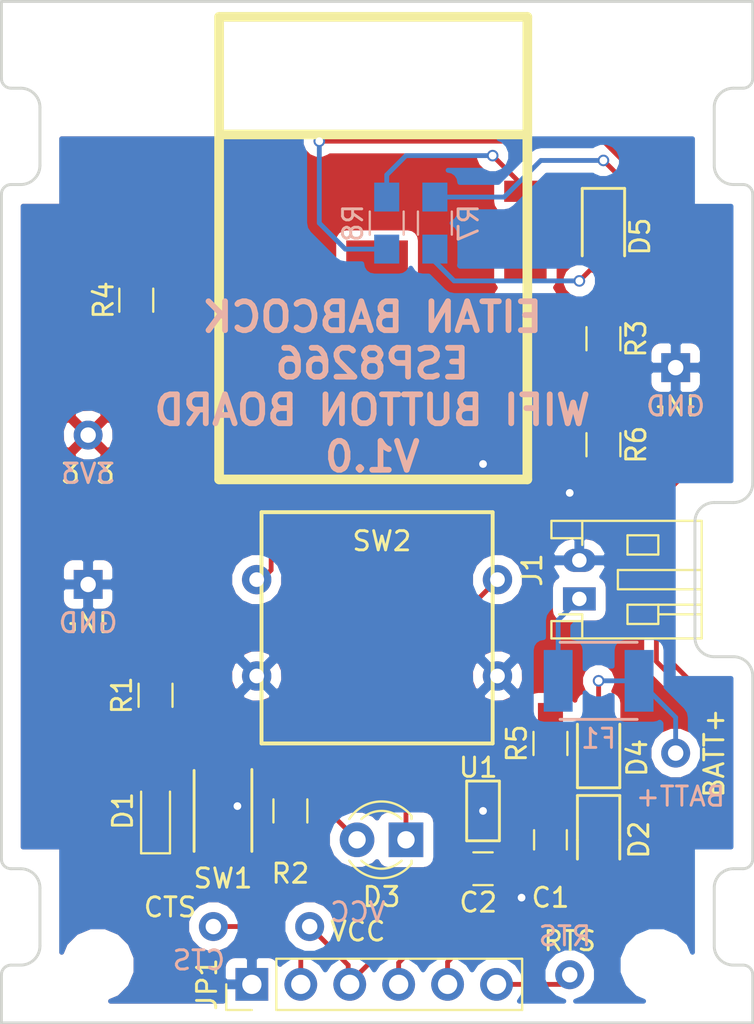
<source format=kicad_pcb>
(kicad_pcb (version 4) (host pcbnew 4.0.7-e2-6376~58~ubuntu16.04.1)

  (general
    (links 47)
    (no_connects 1)
    (area 80.924999 65.924999 120.075001 119.075001)
    (thickness 1.6)
    (drawings 56)
    (tracks 129)
    (zones 0)
    (modules 33)
    (nets 30)
  )

  (page A4)
  (layers
    (0 F.Cu signal)
    (31 B.Cu signal hide)
    (32 B.Adhes user)
    (33 F.Adhes user)
    (34 B.Paste user)
    (35 F.Paste user)
    (36 B.SilkS user)
    (37 F.SilkS user)
    (38 B.Mask user)
    (39 F.Mask user)
    (40 Dwgs.User user)
    (41 Cmts.User user)
    (42 Eco1.User user)
    (43 Eco2.User user)
    (44 Edge.Cuts user)
    (45 Margin user)
    (46 B.CrtYd user)
    (47 F.CrtYd user)
    (48 B.Fab user hide)
    (49 F.Fab user hide)
  )

  (setup
    (last_trace_width 0.25)
    (user_trace_width 0.5)
    (trace_clearance 0.2)
    (zone_clearance 0.508)
    (zone_45_only no)
    (trace_min 0.2)
    (segment_width 0.2)
    (edge_width 0.15)
    (via_size 0.6)
    (via_drill 0.4)
    (via_min_size 0.4)
    (via_min_drill 0.3)
    (uvia_size 0.3)
    (uvia_drill 0.1)
    (uvias_allowed no)
    (uvia_min_size 0.2)
    (uvia_min_drill 0.1)
    (pcb_text_width 0.3)
    (pcb_text_size 1.5 1.5)
    (mod_edge_width 0.15)
    (mod_text_size 1 1)
    (mod_text_width 0.15)
    (pad_size 2.7 2.7)
    (pad_drill 2.7)
    (pad_to_mask_clearance 0.2)
    (aux_axis_origin 0 0)
    (visible_elements FFFFFF7F)
    (pcbplotparams
      (layerselection 0x00030_80000001)
      (usegerberextensions false)
      (excludeedgelayer true)
      (linewidth 0.100000)
      (plotframeref false)
      (viasonmask false)
      (mode 1)
      (useauxorigin false)
      (hpglpennumber 1)
      (hpglpenspeed 20)
      (hpglpendiameter 15)
      (hpglpenoverlay 2)
      (psnegative false)
      (psa4output false)
      (plotreference true)
      (plotvalue true)
      (plotinvisibletext false)
      (padsonsilk false)
      (subtractmaskfromsilk false)
      (outputformat 1)
      (mirror false)
      (drillshape 0)
      (scaleselection 1)
      (outputdirectory /home/eitan/kicad/))
  )

  (net 0 "")
  (net 1 "Net-(C1-Pad1)")
  (net 2 GND)
  (net 3 +3V3)
  (net 4 VCC)
  (net 5 +BATT)
  (net 6 "Net-(D5-Pad2)")
  (net 7 /RXD)
  (net 8 "Net-(JP1-Pad2)")
  (net 9 /TXD)
  (net 10 "Net-(JP1-Pad6)")
  (net 11 /GPIO0)
  (net 12 /RESET)
  (net 13 /GPIO2)
  (net 14 /CH_PD)
  (net 15 "Net-(R5-Pad1)")
  (net 16 /GPIO15)
  (net 17 "Net-(U1-Pad4)")
  (net 18 /GPIO5)
  (net 19 /GPIO4)
  (net 20 /GPIO13)
  (net 21 /GPIO12)
  (net 22 /GPIO14)
  (net 23 /GPIO16)
  (net 24 /ADC)
  (net 25 "Net-(D3-Pad2)")
  (net 26 "Net-(D1-Pad2)")
  (net 27 "Net-(F1-Pad1)")
  (net 28 "Net-(JP1-Pad4)")
  (net 29 "Net-(JP1-Pad5)")

  (net_class Default "This is the default net class."
    (clearance 0.2)
    (trace_width 0.25)
    (via_dia 0.6)
    (via_drill 0.4)
    (uvia_dia 0.3)
    (uvia_drill 0.1)
    (add_net +3V3)
    (add_net +BATT)
    (add_net /ADC)
    (add_net /CH_PD)
    (add_net /GPIO0)
    (add_net /GPIO12)
    (add_net /GPIO13)
    (add_net /GPIO14)
    (add_net /GPIO15)
    (add_net /GPIO16)
    (add_net /GPIO2)
    (add_net /GPIO4)
    (add_net /GPIO5)
    (add_net /RESET)
    (add_net /RXD)
    (add_net /TXD)
    (add_net GND)
    (add_net "Net-(C1-Pad1)")
    (add_net "Net-(D1-Pad2)")
    (add_net "Net-(D3-Pad2)")
    (add_net "Net-(D5-Pad2)")
    (add_net "Net-(F1-Pad1)")
    (add_net "Net-(JP1-Pad2)")
    (add_net "Net-(JP1-Pad4)")
    (add_net "Net-(JP1-Pad5)")
    (add_net "Net-(JP1-Pad6)")
    (add_net "Net-(R5-Pad1)")
    (add_net "Net-(U1-Pad4)")
    (add_net VCC)
  )

  (module Mounting_Holes:MountingHole_2.7mm_M2.5 (layer F.Cu) (tedit 5BDE9544) (tstamp 5BDE811D)
    (at 86 70)
    (descr "Mounting Hole 2.7mm, no annular, M2.5")
    (tags "mounting hole 2.7mm no annular m2.5")
    (attr virtual)
    (fp_text reference REF** (at 0 -3.7) (layer F.Fab)
      (effects (font (size 1 1) (thickness 0.15)))
    )
    (fp_text value MountingHole_2.7mm_M2.5 (at 0 3.7) (layer F.Fab)
      (effects (font (size 1 1) (thickness 0.15)))
    )
    (fp_text user %R (at 0.3 0) (layer F.Fab)
      (effects (font (size 1 1) (thickness 0.15)))
    )
    (fp_circle (center 0 0) (end 2.7 0) (layer Cmts.User) (width 0.15))
    (fp_circle (center 0 0) (end 2.95 0) (layer F.CrtYd) (width 0.05))
    (pad 1 np_thru_hole circle (at 0 0) (size 2.7 2.7) (drill 2.7) (layers *.Cu *.Mask))
  )

  (module Connectors_JST:JST_PH_S2B-PH-K_02x2.00mm_Angled (layer F.Cu) (tedit 58D3FE32) (tstamp 5BDE7242)
    (at 111 97 90)
    (descr "JST PH series connector, S2B-PH-K, side entry type, through hole, Datasheet: http://www.jst-mfg.com/product/pdf/eng/ePH.pdf")
    (tags "connector jst ph")
    (path /5BDE7254)
    (fp_text reference J1 (at 1.5 -2.45 90) (layer F.SilkS)
      (effects (font (size 1 1) (thickness 0.15)))
    )
    (fp_text value BATT (at 1 7.25 90) (layer F.Fab)
      (effects (font (size 1 1) (thickness 0.15)))
    )
    (fp_line (start 0.5 6.35) (end 0.5 2) (layer F.SilkS) (width 0.12))
    (fp_line (start 0.5 2) (end 1.5 2) (layer F.SilkS) (width 0.12))
    (fp_line (start 1.5 2) (end 1.5 6.35) (layer F.SilkS) (width 0.12))
    (fp_line (start -0.8 0.15) (end -1.15 0.15) (layer F.SilkS) (width 0.12))
    (fp_line (start -1.15 0.15) (end -1.15 -1.45) (layer F.SilkS) (width 0.12))
    (fp_line (start -1.15 -1.45) (end -2.05 -1.45) (layer F.SilkS) (width 0.12))
    (fp_line (start -2.05 -1.45) (end -2.05 6.35) (layer F.SilkS) (width 0.12))
    (fp_line (start -2.05 6.35) (end 4.05 6.35) (layer F.SilkS) (width 0.12))
    (fp_line (start 4.05 6.35) (end 4.05 -1.45) (layer F.SilkS) (width 0.12))
    (fp_line (start 4.05 -1.45) (end 3.15 -1.45) (layer F.SilkS) (width 0.12))
    (fp_line (start 3.15 -1.45) (end 3.15 0.15) (layer F.SilkS) (width 0.12))
    (fp_line (start 3.15 0.15) (end 2.8 0.15) (layer F.SilkS) (width 0.12))
    (fp_line (start -2.05 0.15) (end -1.15 0.15) (layer F.SilkS) (width 0.12))
    (fp_line (start 4.05 0.15) (end 3.15 0.15) (layer F.SilkS) (width 0.12))
    (fp_line (start -1.3 2.5) (end -1.3 4.1) (layer F.SilkS) (width 0.12))
    (fp_line (start -1.3 4.1) (end -0.3 4.1) (layer F.SilkS) (width 0.12))
    (fp_line (start -0.3 4.1) (end -0.3 2.5) (layer F.SilkS) (width 0.12))
    (fp_line (start -0.3 2.5) (end -1.3 2.5) (layer F.SilkS) (width 0.12))
    (fp_line (start 3.3 2.5) (end 3.3 4.1) (layer F.SilkS) (width 0.12))
    (fp_line (start 3.3 4.1) (end 2.3 4.1) (layer F.SilkS) (width 0.12))
    (fp_line (start 2.3 4.1) (end 2.3 2.5) (layer F.SilkS) (width 0.12))
    (fp_line (start 2.3 2.5) (end 3.3 2.5) (layer F.SilkS) (width 0.12))
    (fp_line (start -0.3 4.1) (end -0.3 6.35) (layer F.SilkS) (width 0.12))
    (fp_line (start -0.8 4.1) (end -0.8 6.35) (layer F.SilkS) (width 0.12))
    (fp_line (start -2.45 -1.85) (end -2.45 6.75) (layer F.CrtYd) (width 0.05))
    (fp_line (start -2.45 6.75) (end 4.45 6.75) (layer F.CrtYd) (width 0.05))
    (fp_line (start 4.45 6.75) (end 4.45 -1.85) (layer F.CrtYd) (width 0.05))
    (fp_line (start 4.45 -1.85) (end -2.45 -1.85) (layer F.CrtYd) (width 0.05))
    (fp_line (start -1.25 0.25) (end -1.25 -1.35) (layer F.Fab) (width 0.1))
    (fp_line (start -1.25 -1.35) (end -1.95 -1.35) (layer F.Fab) (width 0.1))
    (fp_line (start -1.95 -1.35) (end -1.95 6.25) (layer F.Fab) (width 0.1))
    (fp_line (start -1.95 6.25) (end 3.95 6.25) (layer F.Fab) (width 0.1))
    (fp_line (start 3.95 6.25) (end 3.95 -1.35) (layer F.Fab) (width 0.1))
    (fp_line (start 3.95 -1.35) (end 3.25 -1.35) (layer F.Fab) (width 0.1))
    (fp_line (start 3.25 -1.35) (end 3.25 0.25) (layer F.Fab) (width 0.1))
    (fp_line (start 3.25 0.25) (end -1.25 0.25) (layer F.Fab) (width 0.1))
    (fp_line (start -0.8 0.15) (end -0.8 -1.05) (layer F.SilkS) (width 0.12))
    (fp_line (start 0 0.85) (end -0.5 1.35) (layer F.Fab) (width 0.1))
    (fp_line (start -0.5 1.35) (end 0.5 1.35) (layer F.Fab) (width 0.1))
    (fp_line (start 0.5 1.35) (end 0 0.85) (layer F.Fab) (width 0.1))
    (fp_text user %R (at 1 2.5 90) (layer F.Fab)
      (effects (font (size 1 1) (thickness 0.15)))
    )
    (pad 1 thru_hole rect (at 0 0 90) (size 1.2 1.7) (drill 0.75) (layers *.Cu *.Mask)
      (net 27 "Net-(F1-Pad1)"))
    (pad 2 thru_hole oval (at 2 0 90) (size 1.2 1.7) (drill 0.75) (layers *.Cu *.Mask)
      (net 2 GND))
    (model ${KISYS3DMOD}/Connectors_JST.3dshapes/JST_PH_S2B-PH-K_02x2.00mm_Angled.wrl
      (at (xyz 0 0 0))
      (scale (xyz 1 1 1))
      (rotate (xyz 0 0 0))
    )
  )

  (module esp8266_remote:MSMF050_FUSE (layer B.Cu) (tedit 5BDE7131) (tstamp 5BDE723C)
    (at 112 101.25)
    (path /5BDE7611)
    (fp_text reference F1 (at 0 3) (layer B.SilkS)
      (effects (font (size 1 1) (thickness 0.15)) (justify mirror))
    )
    (fp_text value Polyfuse (at 0 -3) (layer B.Fab)
      (effects (font (size 1 1) (thickness 0.15)) (justify mirror))
    )
    (fp_line (start 2 -2) (end -2 -2) (layer B.SilkS) (width 0.15))
    (fp_line (start -2 2) (end 2 2) (layer B.SilkS) (width 0.15))
    (pad 2 smd rect (at 2.1 0) (size 1.5 3.2) (layers B.Cu B.Paste B.Mask)
      (net 5 +BATT))
    (pad 1 smd rect (at -2.1 0) (size 1.5 3.2) (layers B.Cu B.Paste B.Mask)
      (net 27 "Net-(F1-Pad1)"))
  )

  (module LEDs:LED_D3.0mm (layer F.Cu) (tedit 587A3A7B) (tstamp 5BDE582F)
    (at 102 109.5 180)
    (descr "LED, diameter 3.0mm, 2 pins")
    (tags "LED diameter 3.0mm 2 pins")
    (path /5BDE216B)
    (fp_text reference D3 (at 1.27 -2.96 180) (layer F.SilkS)
      (effects (font (size 1 1) (thickness 0.15)))
    )
    (fp_text value LED (at 1.27 2.96 180) (layer F.Fab)
      (effects (font (size 1 1) (thickness 0.15)))
    )
    (fp_arc (start 1.27 0) (end -0.23 -1.16619) (angle 284.3) (layer F.Fab) (width 0.1))
    (fp_arc (start 1.27 0) (end -0.29 -1.235516) (angle 108.8) (layer F.SilkS) (width 0.12))
    (fp_arc (start 1.27 0) (end -0.29 1.235516) (angle -108.8) (layer F.SilkS) (width 0.12))
    (fp_arc (start 1.27 0) (end 0.229039 -1.08) (angle 87.9) (layer F.SilkS) (width 0.12))
    (fp_arc (start 1.27 0) (end 0.229039 1.08) (angle -87.9) (layer F.SilkS) (width 0.12))
    (fp_circle (center 1.27 0) (end 2.77 0) (layer F.Fab) (width 0.1))
    (fp_line (start -0.23 -1.16619) (end -0.23 1.16619) (layer F.Fab) (width 0.1))
    (fp_line (start -0.29 -1.236) (end -0.29 -1.08) (layer F.SilkS) (width 0.12))
    (fp_line (start -0.29 1.08) (end -0.29 1.236) (layer F.SilkS) (width 0.12))
    (fp_line (start -1.15 -2.25) (end -1.15 2.25) (layer F.CrtYd) (width 0.05))
    (fp_line (start -1.15 2.25) (end 3.7 2.25) (layer F.CrtYd) (width 0.05))
    (fp_line (start 3.7 2.25) (end 3.7 -2.25) (layer F.CrtYd) (width 0.05))
    (fp_line (start 3.7 -2.25) (end -1.15 -2.25) (layer F.CrtYd) (width 0.05))
    (pad 1 thru_hole rect (at 0 0 180) (size 1.8 1.8) (drill 0.9) (layers *.Cu *.Mask)
      (net 12 /RESET))
    (pad 2 thru_hole circle (at 2.54 0 180) (size 1.8 1.8) (drill 0.9) (layers *.Cu *.Mask)
      (net 25 "Net-(D3-Pad2)"))
    (model ${KISYS3DMOD}/LEDs.3dshapes/LED_D3.0mm.wrl
      (at (xyz 0 0 0))
      (scale (xyz 0.393701 0.393701 0.393701))
      (rotate (xyz 0 0 0))
    )
  )

  (module Pin_Headers:Pin_Header_Straight_1x06_Pitch2.54mm (layer F.Cu) (tedit 59650532) (tstamp 5BDE334E)
    (at 94 117 90)
    (descr "Through hole straight pin header, 1x06, 2.54mm pitch, single row")
    (tags "Through hole pin header THT 1x06 2.54mm single row")
    (path /5BDDED6B)
    (fp_text reference JP1 (at 0 -2.33 90) (layer F.SilkS)
      (effects (font (size 1 1) (thickness 0.15)))
    )
    (fp_text value FTDI (at 0 15.03 90) (layer F.Fab)
      (effects (font (size 1 1) (thickness 0.15)))
    )
    (fp_line (start -0.635 -1.27) (end 1.27 -1.27) (layer F.Fab) (width 0.1))
    (fp_line (start 1.27 -1.27) (end 1.27 13.97) (layer F.Fab) (width 0.1))
    (fp_line (start 1.27 13.97) (end -1.27 13.97) (layer F.Fab) (width 0.1))
    (fp_line (start -1.27 13.97) (end -1.27 -0.635) (layer F.Fab) (width 0.1))
    (fp_line (start -1.27 -0.635) (end -0.635 -1.27) (layer F.Fab) (width 0.1))
    (fp_line (start -1.33 14.03) (end 1.33 14.03) (layer F.SilkS) (width 0.12))
    (fp_line (start -1.33 1.27) (end -1.33 14.03) (layer F.SilkS) (width 0.12))
    (fp_line (start 1.33 1.27) (end 1.33 14.03) (layer F.SilkS) (width 0.12))
    (fp_line (start -1.33 1.27) (end 1.33 1.27) (layer F.SilkS) (width 0.12))
    (fp_line (start -1.33 0) (end -1.33 -1.33) (layer F.SilkS) (width 0.12))
    (fp_line (start -1.33 -1.33) (end 0 -1.33) (layer F.SilkS) (width 0.12))
    (fp_line (start -1.8 -1.8) (end -1.8 14.5) (layer F.CrtYd) (width 0.05))
    (fp_line (start -1.8 14.5) (end 1.8 14.5) (layer F.CrtYd) (width 0.05))
    (fp_line (start 1.8 14.5) (end 1.8 -1.8) (layer F.CrtYd) (width 0.05))
    (fp_line (start 1.8 -1.8) (end -1.8 -1.8) (layer F.CrtYd) (width 0.05))
    (fp_text user %R (at 0 6.35 180) (layer F.Fab)
      (effects (font (size 1 1) (thickness 0.15)))
    )
    (pad 1 thru_hole rect (at 0 0 90) (size 1.7 1.7) (drill 1) (layers *.Cu *.Mask)
      (net 2 GND))
    (pad 2 thru_hole oval (at 0 2.54 90) (size 1.7 1.7) (drill 1) (layers *.Cu *.Mask)
      (net 8 "Net-(JP1-Pad2)"))
    (pad 3 thru_hole oval (at 0 5.08 90) (size 1.7 1.7) (drill 1) (layers *.Cu *.Mask)
      (net 4 VCC))
    (pad 4 thru_hole oval (at 0 7.62 90) (size 1.7 1.7) (drill 1) (layers *.Cu *.Mask)
      (net 28 "Net-(JP1-Pad4)"))
    (pad 5 thru_hole oval (at 0 10.16 90) (size 1.7 1.7) (drill 1) (layers *.Cu *.Mask)
      (net 29 "Net-(JP1-Pad5)"))
    (pad 6 thru_hole oval (at 0 12.7 90) (size 1.7 1.7) (drill 1) (layers *.Cu *.Mask)
      (net 10 "Net-(JP1-Pad6)"))
    (model ${KISYS3DMOD}/Pin_Headers.3dshapes/Pin_Header_Straight_1x06_Pitch2.54mm.wrl
      (at (xyz 0 0 0))
      (scale (xyz 1 1 1))
      (rotate (xyz 0 0 0))
    )
  )

  (module esp8266_remote:AP2112-SOT25 (layer F.Cu) (tedit 5BDE9485) (tstamp 5BDE314B)
    (at 106 108 270)
    (path /5BDDED22)
    (fp_text reference U1 (at -2.25 0.25 360) (layer F.SilkS)
      (effects (font (size 1 1) (thickness 0.15)))
    )
    (fp_text value AP2112-3.3 (at 0 2.55 270) (layer F.Fab)
      (effects (font (size 1 1) (thickness 0.15)))
    )
    (fp_line (start 1.55 -0.85) (end -1.55 -0.85) (layer F.SilkS) (width 0.15))
    (fp_line (start -1.55 0.85) (end 1.55 0.85) (layer F.SilkS) (width 0.15))
    (fp_line (start -1.55 0.85) (end -1.55 -0.85) (layer F.SilkS) (width 0.15))
    (fp_line (start 1.55 -0.85) (end 1.55 0.85) (layer F.SilkS) (width 0.15))
    (fp_circle (center 1.2 -0.5) (end 1.2 -0.6) (layer F.Fab) (width 0.15))
    (fp_line (start -1.55 0.85) (end -1.55 -0.85) (layer F.Fab) (width 0.15))
    (fp_line (start -1.55 -0.85) (end 1.55 -0.85) (layer F.Fab) (width 0.15))
    (fp_line (start 1.55 -0.85) (end 1.55 0.85) (layer F.Fab) (width 0.15))
    (fp_line (start 1.55 0.85) (end -1.55 0.85) (layer F.Fab) (width 0.15))
    (pad 5 smd rect (at 0.95 1.2 270) (size 0.55 0.8) (layers F.Cu F.Paste F.Mask)
      (net 3 +3V3))
    (pad 4 smd rect (at -0.95 1.2 270) (size 0.55 0.8) (layers F.Cu F.Paste F.Mask)
      (net 17 "Net-(U1-Pad4)"))
    (pad 1 smd rect (at 0.95 -1.2 270) (size 0.55 0.8) (layers F.Cu F.Paste F.Mask)
      (net 1 "Net-(C1-Pad1)"))
    (pad 2 smd rect (at 0 -1.2 270) (size 0.55 0.8) (layers F.Cu F.Paste F.Mask)
      (net 2 GND))
    (pad 3 smd rect (at -0.95 -1.2 270) (size 0.55 0.8) (layers F.Cu F.Paste F.Mask)
      (net 15 "Net-(R5-Pad1)"))
  )

  (module esp8266_remote:TL1100_SWITCH (layer F.Cu) (tedit 5BDE9495) (tstamp 5BDE3139)
    (at 100.5 98.5 180)
    (path /5BDE4456)
    (fp_text reference SW2 (at -0.25 4.5 180) (layer F.SilkS)
      (effects (font (size 1 1) (thickness 0.15)))
    )
    (fp_text value SW-Push-2 (at 0 8 180) (layer F.Fab)
      (effects (font (size 1 1) (thickness 0.15)))
    )
    (fp_line (start -6 6) (end -6 -6) (layer F.SilkS) (width 0.2032))
    (fp_line (start -6 -6) (end 6 -6) (layer F.SilkS) (width 0.2032))
    (fp_line (start 6 -6) (end 6 6) (layer F.SilkS) (width 0.2032))
    (fp_line (start 6 6) (end -6 6) (layer F.SilkS) (width 0.2032))
    (pad 3 thru_hole circle (at -6.25 2.5 180) (size 1.524 1.524) (drill 0.762) (layers *.Cu *.Mask)
      (net 12 /RESET))
    (pad 4 thru_hole circle (at 6.25 2.5 180) (size 1.524 1.524) (drill 0.762) (layers *.Cu *.Mask)
      (net 12 /RESET))
    (pad 2 thru_hole circle (at 6.25 -2.5 180) (size 1.524 1.524) (drill 0.762) (layers *.Cu *.Mask)
      (net 2 GND))
    (pad 1 thru_hole circle (at -6.25 -2.5 180) (size 1.524 1.524) (drill 0.762) (layers *.Cu *.Mask)
      (net 2 GND))
    (model /home/eitan/Downloads/TL1100F.wrl
      (at (xyz 0 0 0.16))
      (scale (xyz 0.393701 0.393701 0.393701))
      (rotate (xyz 0 0 0))
    )
  )

  (module esp8266_remote:KMR2_switch (layer F.Cu) (tedit 5BDE94E4) (tstamp 5BDE312D)
    (at 92.5 108 270)
    (path /5BDE43D6)
    (fp_text reference SW1 (at 3.5 0 360) (layer F.SilkS)
      (effects (font (size 1 1) (thickness 0.15)))
    )
    (fp_text value SW-Push-2 (at 0 2.5 270) (layer F.Fab)
      (effects (font (size 1 1) (thickness 0.15)))
    )
    (fp_line (start 2.1 1.5) (end -2.1 1.5) (layer F.SilkS) (width 0.15))
    (fp_line (start -2.15 -1.5) (end 2.1 -1.5) (layer F.SilkS) (width 0.15))
    (fp_line (start -2.1 1.4) (end -2.1 -1.4) (layer F.Fab) (width 0.15))
    (fp_line (start -2.1 -1.4) (end 2.1 -1.4) (layer F.Fab) (width 0.15))
    (fp_line (start 2.1 -1.4) (end 2.1 1.4) (layer F.Fab) (width 0.15))
    (fp_line (start 2.1 1.4) (end -2.1 1.4) (layer F.Fab) (width 0.15))
    (pad 2 smd rect (at 2.05 -0.8 270) (size 0.9 1) (layers F.Cu F.Paste F.Mask)
      (net 2 GND))
    (pad 4 smd rect (at 2.05 0.8 270) (size 0.9 1) (layers F.Cu F.Paste F.Mask)
      (net 11 /GPIO0))
    (pad 3 smd rect (at -2.05 0.8 270) (size 0.9 1) (layers F.Cu F.Paste F.Mask)
      (net 11 /GPIO0))
    (pad 1 smd rect (at -2.05 -0.8 270) (size 0.9 1) (layers F.Cu F.Paste F.Mask)
      (net 2 GND))
    (model /home/eitan/Downloads/KMR211GLFS.wrl
      (at (xyz 0 0 0.1))
      (scale (xyz 1 1 1))
      (rotate (xyz 0 0 0))
    )
  )

  (module Resistors_SMD:R_0805_HandSoldering (layer F.Cu) (tedit 58E0A804) (tstamp 5BDE311F)
    (at 112.25 89 270)
    (descr "Resistor SMD 0805, hand soldering")
    (tags "resistor 0805")
    (path /5BDE1089)
    (attr smd)
    (fp_text reference R6 (at 0 -1.7 270) (layer F.SilkS)
      (effects (font (size 1 1) (thickness 0.15)))
    )
    (fp_text value 10K (at 0 1.75 270) (layer F.Fab)
      (effects (font (size 1 1) (thickness 0.15)))
    )
    (fp_text user %R (at 0 0 270) (layer F.Fab)
      (effects (font (size 0.5 0.5) (thickness 0.075)))
    )
    (fp_line (start -1 0.62) (end -1 -0.62) (layer F.Fab) (width 0.1))
    (fp_line (start 1 0.62) (end -1 0.62) (layer F.Fab) (width 0.1))
    (fp_line (start 1 -0.62) (end 1 0.62) (layer F.Fab) (width 0.1))
    (fp_line (start -1 -0.62) (end 1 -0.62) (layer F.Fab) (width 0.1))
    (fp_line (start 0.6 0.88) (end -0.6 0.88) (layer F.SilkS) (width 0.12))
    (fp_line (start -0.6 -0.88) (end 0.6 -0.88) (layer F.SilkS) (width 0.12))
    (fp_line (start -2.35 -0.9) (end 2.35 -0.9) (layer F.CrtYd) (width 0.05))
    (fp_line (start -2.35 -0.9) (end -2.35 0.9) (layer F.CrtYd) (width 0.05))
    (fp_line (start 2.35 0.9) (end 2.35 -0.9) (layer F.CrtYd) (width 0.05))
    (fp_line (start 2.35 0.9) (end -2.35 0.9) (layer F.CrtYd) (width 0.05))
    (pad 1 smd rect (at -1.35 0 270) (size 1.5 1.3) (layers F.Cu F.Paste F.Mask)
      (net 16 /GPIO15))
    (pad 2 smd rect (at 1.35 0 270) (size 1.5 1.3) (layers F.Cu F.Paste F.Mask)
      (net 2 GND))
    (model ${KISYS3DMOD}/Resistors_SMD.3dshapes/R_0805.wrl
      (at (xyz 0 0 0))
      (scale (xyz 1 1 1))
      (rotate (xyz 0 0 0))
    )
  )

  (module Resistors_SMD:R_0805_HandSoldering (layer F.Cu) (tedit 5BDF5379) (tstamp 5BDE3119)
    (at 109.5 104.5 270)
    (descr "Resistor SMD 0805, hand soldering")
    (tags "resistor 0805")
    (path /5BDE10D2)
    (attr smd)
    (fp_text reference R5 (at 0 1.75 270) (layer F.SilkS)
      (effects (font (size 1 1) (thickness 0.15)))
    )
    (fp_text value 10K (at 0 1.75 270) (layer F.Fab)
      (effects (font (size 1 1) (thickness 0.15)))
    )
    (fp_text user %R (at 0 0 270) (layer F.Fab)
      (effects (font (size 0.5 0.5) (thickness 0.075)))
    )
    (fp_line (start -1 0.62) (end -1 -0.62) (layer F.Fab) (width 0.1))
    (fp_line (start 1 0.62) (end -1 0.62) (layer F.Fab) (width 0.1))
    (fp_line (start 1 -0.62) (end 1 0.62) (layer F.Fab) (width 0.1))
    (fp_line (start -1 -0.62) (end 1 -0.62) (layer F.Fab) (width 0.1))
    (fp_line (start 0.6 0.88) (end -0.6 0.88) (layer F.SilkS) (width 0.12))
    (fp_line (start -0.6 -0.88) (end 0.6 -0.88) (layer F.SilkS) (width 0.12))
    (fp_line (start -2.35 -0.9) (end 2.35 -0.9) (layer F.CrtYd) (width 0.05))
    (fp_line (start -2.35 -0.9) (end -2.35 0.9) (layer F.CrtYd) (width 0.05))
    (fp_line (start 2.35 0.9) (end 2.35 -0.9) (layer F.CrtYd) (width 0.05))
    (fp_line (start 2.35 0.9) (end -2.35 0.9) (layer F.CrtYd) (width 0.05))
    (pad 1 smd rect (at -1.35 0 270) (size 1.5 1.3) (layers F.Cu F.Paste F.Mask)
      (net 15 "Net-(R5-Pad1)"))
    (pad 2 smd rect (at 1.35 0 270) (size 1.5 1.3) (layers F.Cu F.Paste F.Mask)
      (net 1 "Net-(C1-Pad1)"))
    (model ${KISYS3DMOD}/Resistors_SMD.3dshapes/R_0805.wrl
      (at (xyz 0 0 0))
      (scale (xyz 1 1 1))
      (rotate (xyz 0 0 0))
    )
  )

  (module Resistors_SMD:R_0805_HandSoldering (layer F.Cu) (tedit 58E0A804) (tstamp 5BDE3113)
    (at 88 81.5 90)
    (descr "Resistor SMD 0805, hand soldering")
    (tags "resistor 0805")
    (path /5BDE104D)
    (attr smd)
    (fp_text reference R4 (at 0 -1.7 90) (layer F.SilkS)
      (effects (font (size 1 1) (thickness 0.15)))
    )
    (fp_text value 10K (at 0 1.75 90) (layer F.Fab)
      (effects (font (size 1 1) (thickness 0.15)))
    )
    (fp_text user %R (at 0 0 90) (layer F.Fab)
      (effects (font (size 0.5 0.5) (thickness 0.075)))
    )
    (fp_line (start -1 0.62) (end -1 -0.62) (layer F.Fab) (width 0.1))
    (fp_line (start 1 0.62) (end -1 0.62) (layer F.Fab) (width 0.1))
    (fp_line (start 1 -0.62) (end 1 0.62) (layer F.Fab) (width 0.1))
    (fp_line (start -1 -0.62) (end 1 -0.62) (layer F.Fab) (width 0.1))
    (fp_line (start 0.6 0.88) (end -0.6 0.88) (layer F.SilkS) (width 0.12))
    (fp_line (start -0.6 -0.88) (end 0.6 -0.88) (layer F.SilkS) (width 0.12))
    (fp_line (start -2.35 -0.9) (end 2.35 -0.9) (layer F.CrtYd) (width 0.05))
    (fp_line (start -2.35 -0.9) (end -2.35 0.9) (layer F.CrtYd) (width 0.05))
    (fp_line (start 2.35 0.9) (end 2.35 -0.9) (layer F.CrtYd) (width 0.05))
    (fp_line (start 2.35 0.9) (end -2.35 0.9) (layer F.CrtYd) (width 0.05))
    (pad 1 smd rect (at -1.35 0 90) (size 1.5 1.3) (layers F.Cu F.Paste F.Mask)
      (net 3 +3V3))
    (pad 2 smd rect (at 1.35 0 90) (size 1.5 1.3) (layers F.Cu F.Paste F.Mask)
      (net 14 /CH_PD))
    (model ${KISYS3DMOD}/Resistors_SMD.3dshapes/R_0805.wrl
      (at (xyz 0 0 0))
      (scale (xyz 1 1 1))
      (rotate (xyz 0 0 0))
    )
  )

  (module Resistors_SMD:R_0805_HandSoldering (layer F.Cu) (tedit 58E0A804) (tstamp 5BDE310D)
    (at 112.25 83.5 270)
    (descr "Resistor SMD 0805, hand soldering")
    (tags "resistor 0805")
    (path /5BDE100C)
    (attr smd)
    (fp_text reference R3 (at 0 -1.7 270) (layer F.SilkS)
      (effects (font (size 1 1) (thickness 0.15)))
    )
    (fp_text value 10K (at 0 1.75 270) (layer F.Fab)
      (effects (font (size 1 1) (thickness 0.15)))
    )
    (fp_text user %R (at 0 0 270) (layer F.Fab)
      (effects (font (size 0.5 0.5) (thickness 0.075)))
    )
    (fp_line (start -1 0.62) (end -1 -0.62) (layer F.Fab) (width 0.1))
    (fp_line (start 1 0.62) (end -1 0.62) (layer F.Fab) (width 0.1))
    (fp_line (start 1 -0.62) (end 1 0.62) (layer F.Fab) (width 0.1))
    (fp_line (start -1 -0.62) (end 1 -0.62) (layer F.Fab) (width 0.1))
    (fp_line (start 0.6 0.88) (end -0.6 0.88) (layer F.SilkS) (width 0.12))
    (fp_line (start -0.6 -0.88) (end 0.6 -0.88) (layer F.SilkS) (width 0.12))
    (fp_line (start -2.35 -0.9) (end 2.35 -0.9) (layer F.CrtYd) (width 0.05))
    (fp_line (start -2.35 -0.9) (end -2.35 0.9) (layer F.CrtYd) (width 0.05))
    (fp_line (start 2.35 0.9) (end 2.35 -0.9) (layer F.CrtYd) (width 0.05))
    (fp_line (start 2.35 0.9) (end -2.35 0.9) (layer F.CrtYd) (width 0.05))
    (pad 1 smd rect (at -1.35 0 270) (size 1.5 1.3) (layers F.Cu F.Paste F.Mask)
      (net 3 +3V3))
    (pad 2 smd rect (at 1.35 0 270) (size 1.5 1.3) (layers F.Cu F.Paste F.Mask)
      (net 13 /GPIO2))
    (model ${KISYS3DMOD}/Resistors_SMD.3dshapes/R_0805.wrl
      (at (xyz 0 0 0))
      (scale (xyz 1 1 1))
      (rotate (xyz 0 0 0))
    )
  )

  (module Resistors_SMD:R_0805_HandSoldering (layer F.Cu) (tedit 5BDE94EA) (tstamp 5BDE3107)
    (at 96 108 90)
    (descr "Resistor SMD 0805, hand soldering")
    (tags "resistor 0805")
    (path /5BDE0F94)
    (attr smd)
    (fp_text reference R2 (at -3.25 0 180) (layer F.SilkS)
      (effects (font (size 1 1) (thickness 0.15)))
    )
    (fp_text value 10K (at 0 1.75 90) (layer F.Fab)
      (effects (font (size 1 1) (thickness 0.15)))
    )
    (fp_text user %R (at 0 0 90) (layer F.Fab)
      (effects (font (size 0.5 0.5) (thickness 0.075)))
    )
    (fp_line (start -1 0.62) (end -1 -0.62) (layer F.Fab) (width 0.1))
    (fp_line (start 1 0.62) (end -1 0.62) (layer F.Fab) (width 0.1))
    (fp_line (start 1 -0.62) (end 1 0.62) (layer F.Fab) (width 0.1))
    (fp_line (start -1 -0.62) (end 1 -0.62) (layer F.Fab) (width 0.1))
    (fp_line (start 0.6 0.88) (end -0.6 0.88) (layer F.SilkS) (width 0.12))
    (fp_line (start -0.6 -0.88) (end 0.6 -0.88) (layer F.SilkS) (width 0.12))
    (fp_line (start -2.35 -0.9) (end 2.35 -0.9) (layer F.CrtYd) (width 0.05))
    (fp_line (start -2.35 -0.9) (end -2.35 0.9) (layer F.CrtYd) (width 0.05))
    (fp_line (start 2.35 0.9) (end 2.35 -0.9) (layer F.CrtYd) (width 0.05))
    (fp_line (start 2.35 0.9) (end -2.35 0.9) (layer F.CrtYd) (width 0.05))
    (pad 1 smd rect (at -1.35 0 90) (size 1.5 1.3) (layers F.Cu F.Paste F.Mask)
      (net 3 +3V3))
    (pad 2 smd rect (at 1.35 0 90) (size 1.5 1.3) (layers F.Cu F.Paste F.Mask)
      (net 25 "Net-(D3-Pad2)"))
    (model ${KISYS3DMOD}/Resistors_SMD.3dshapes/R_0805.wrl
      (at (xyz 0 0 0))
      (scale (xyz 1 1 1))
      (rotate (xyz 0 0 0))
    )
  )

  (module Resistors_SMD:R_0805_HandSoldering (layer F.Cu) (tedit 5BDE94D8) (tstamp 5BDE3101)
    (at 89 102 270)
    (descr "Resistor SMD 0805, hand soldering")
    (tags "resistor 0805")
    (path /5BDE0E86)
    (attr smd)
    (fp_text reference R1 (at 0 1.75 270) (layer F.SilkS)
      (effects (font (size 1 1) (thickness 0.15)))
    )
    (fp_text value 1K (at 0 1.75 270) (layer F.Fab)
      (effects (font (size 1 1) (thickness 0.15)))
    )
    (fp_text user %R (at 0 0 270) (layer F.Fab)
      (effects (font (size 0.5 0.5) (thickness 0.075)))
    )
    (fp_line (start -1 0.62) (end -1 -0.62) (layer F.Fab) (width 0.1))
    (fp_line (start 1 0.62) (end -1 0.62) (layer F.Fab) (width 0.1))
    (fp_line (start 1 -0.62) (end 1 0.62) (layer F.Fab) (width 0.1))
    (fp_line (start -1 -0.62) (end 1 -0.62) (layer F.Fab) (width 0.1))
    (fp_line (start 0.6 0.88) (end -0.6 0.88) (layer F.SilkS) (width 0.12))
    (fp_line (start -0.6 -0.88) (end 0.6 -0.88) (layer F.SilkS) (width 0.12))
    (fp_line (start -2.35 -0.9) (end 2.35 -0.9) (layer F.CrtYd) (width 0.05))
    (fp_line (start -2.35 -0.9) (end -2.35 0.9) (layer F.CrtYd) (width 0.05))
    (fp_line (start 2.35 0.9) (end 2.35 -0.9) (layer F.CrtYd) (width 0.05))
    (fp_line (start 2.35 0.9) (end -2.35 0.9) (layer F.CrtYd) (width 0.05))
    (pad 1 smd rect (at -1.35 0 270) (size 1.5 1.3) (layers F.Cu F.Paste F.Mask)
      (net 3 +3V3))
    (pad 2 smd rect (at 1.35 0 270) (size 1.5 1.3) (layers F.Cu F.Paste F.Mask)
      (net 26 "Net-(D1-Pad2)"))
    (model ${KISYS3DMOD}/Resistors_SMD.3dshapes/R_0805.wrl
      (at (xyz 0 0 0))
      (scale (xyz 1 1 1))
      (rotate (xyz 0 0 0))
    )
  )

  (module esp8266_remote:1N4148W_SIGNAL_DIODE (layer F.Cu) (tedit 5BDE5C82) (tstamp 5BDE30F1)
    (at 112.25 78 270)
    (path /5BDE15B5)
    (fp_text reference D5 (at 0.2 -1.9 270) (layer F.SilkS)
      (effects (font (size 1 1) (thickness 0.15)))
    )
    (fp_text value 1n4148 (at 0.1 2.1 270) (layer F.Fab)
      (effects (font (size 1 1) (thickness 0.15)))
    )
    (fp_line (start 1.2 -1.1) (end -2.3 -1.1) (layer F.SilkS) (width 0.15))
    (fp_line (start -2.3 -1.1) (end -2.3 1.1) (layer F.SilkS) (width 0.15))
    (fp_line (start -2.3 1.1) (end 1.2 1.1) (layer F.SilkS) (width 0.15))
    (fp_line (start -0.5 0) (end 0.3 -0.5) (layer F.Fab) (width 0.2032))
    (fp_line (start 0.3 -0.5) (end 0.3 0.5) (layer F.Fab) (width 0.2032))
    (fp_line (start 0.3 0.5) (end -0.5 0) (layer F.Fab) (width 0.2032))
    (fp_line (start -0.5 -0.5) (end -0.5 0.5) (layer F.Fab) (width 0.2032))
    (fp_line (start -1.4224 0.889) (end -1.4224 -0.889) (layer F.Fab) (width 0.15))
    (fp_line (start -1.4224 -0.889) (end 1.4224 -0.889) (layer F.Fab) (width 0.15))
    (fp_line (start 1.4224 -0.889) (end 1.4224 0.889) (layer F.Fab) (width 0.15))
    (fp_line (start 1.4224 0.889) (end -1.4224 0.889) (layer F.Fab) (width 0.15))
    (pad 2 smd rect (at 1.6383 0 270) (size 0.889 1.2192) (layers F.Cu F.Paste F.Mask)
      (net 6 "Net-(D5-Pad2)"))
    (pad 1 smd rect (at -1.6383 0 270) (size 0.889 1.2192) (layers F.Cu F.Paste F.Mask)
      (net 7 /RXD))
  )

  (module esp8266_remote:MBR120_SCHOTTSKY_DIODE (layer F.Cu) (tedit 5BDF5376) (tstamp 5BDE30DE)
    (at 112 104.5 90)
    (path /5BDE097D)
    (fp_text reference D4 (at -0.75 2 90) (layer F.SilkS)
      (effects (font (size 1 1) (thickness 0.15)))
    )
    (fp_text value D_Schottky (at 0 2.3 90) (layer F.Fab)
      (effects (font (size 1 1) (thickness 0.15)))
    )
    (fp_line (start 0 -1.1) (end 1 -1.1) (layer F.SilkS) (width 0.15))
    (fp_line (start 0 1.1) (end 1 1.1) (layer F.SilkS) (width 0.15))
    (fp_line (start 0 -1.1) (end -2.3 -1.1) (layer F.SilkS) (width 0.15))
    (fp_line (start -2.3 -1.1) (end -2.3 1.1) (layer F.SilkS) (width 0.15))
    (fp_line (start -2.3 1.1) (end 0 1.1) (layer F.SilkS) (width 0.15))
    (fp_line (start -0.4 0) (end 0.4 -0.6) (layer F.Fab) (width 0.2032))
    (fp_line (start 0.4 -0.6) (end 0.4 0.6) (layer F.Fab) (width 0.2032))
    (fp_line (start 0.4 0.6) (end -0.4 0) (layer F.Fab) (width 0.2032))
    (fp_line (start -0.4 -0.6) (end -0.4 0.6) (layer F.Fab) (width 0.2032))
    (fp_line (start -1.45 0.9) (end -1.45 -0.9) (layer F.Fab) (width 0.15))
    (fp_line (start -1.45 -0.9) (end 1.45 -0.9) (layer F.Fab) (width 0.15))
    (fp_line (start 1.45 -0.9) (end 1.45 0.9) (layer F.Fab) (width 0.15))
    (fp_line (start 1.45 0.9) (end -1.45 0.9) (layer F.Fab) (width 0.15))
    (pad 2 smd rect (at 1.475 0 90) (size 1.25 1.22) (layers F.Cu F.Paste F.Mask)
      (net 5 +BATT))
    (pad 1 smd rect (at -1.475 0 90) (size 1.25 1.22) (layers F.Cu F.Paste F.Mask)
      (net 1 "Net-(C1-Pad1)"))
  )

  (module esp8266_remote:MBR120_SCHOTTSKY_DIODE (layer F.Cu) (tedit 5BDE5C21) (tstamp 5BDE30C5)
    (at 112 109.5 270)
    (path /5BDE0822)
    (fp_text reference D2 (at 0 -2.1 270) (layer F.SilkS)
      (effects (font (size 1 1) (thickness 0.15)))
    )
    (fp_text value D_Schottky (at 0 2.3 270) (layer F.Fab)
      (effects (font (size 1 1) (thickness 0.15)))
    )
    (fp_line (start 0 -1.1) (end 1 -1.1) (layer F.SilkS) (width 0.15))
    (fp_line (start 0 1.1) (end 1 1.1) (layer F.SilkS) (width 0.15))
    (fp_line (start 0 -1.1) (end -2.3 -1.1) (layer F.SilkS) (width 0.15))
    (fp_line (start -2.3 -1.1) (end -2.3 1.1) (layer F.SilkS) (width 0.15))
    (fp_line (start -2.3 1.1) (end 0 1.1) (layer F.SilkS) (width 0.15))
    (fp_line (start -0.4 0) (end 0.4 -0.6) (layer F.Fab) (width 0.2032))
    (fp_line (start 0.4 -0.6) (end 0.4 0.6) (layer F.Fab) (width 0.2032))
    (fp_line (start 0.4 0.6) (end -0.4 0) (layer F.Fab) (width 0.2032))
    (fp_line (start -0.4 -0.6) (end -0.4 0.6) (layer F.Fab) (width 0.2032))
    (fp_line (start -1.45 0.9) (end -1.45 -0.9) (layer F.Fab) (width 0.15))
    (fp_line (start -1.45 -0.9) (end 1.45 -0.9) (layer F.Fab) (width 0.15))
    (fp_line (start 1.45 -0.9) (end 1.45 0.9) (layer F.Fab) (width 0.15))
    (fp_line (start 1.45 0.9) (end -1.45 0.9) (layer F.Fab) (width 0.15))
    (pad 2 smd rect (at 1.475 0 270) (size 1.25 1.22) (layers F.Cu F.Paste F.Mask)
      (net 4 VCC))
    (pad 1 smd rect (at -1.475 0 270) (size 1.25 1.22) (layers F.Cu F.Paste F.Mask)
      (net 1 "Net-(C1-Pad1)"))
  )

  (module LEDs:LED_0805_HandSoldering (layer F.Cu) (tedit 595FCA25) (tstamp 5BDE30B2)
    (at 89 108 90)
    (descr "Resistor SMD 0805, hand soldering")
    (tags "resistor 0805")
    (path /5BDDFD12)
    (attr smd)
    (fp_text reference D1 (at 0 -1.7 90) (layer F.SilkS)
      (effects (font (size 1 1) (thickness 0.15)))
    )
    (fp_text value LED (at 0 1.75 90) (layer F.Fab)
      (effects (font (size 1 1) (thickness 0.15)))
    )
    (fp_line (start -0.4 -0.4) (end -0.4 0.4) (layer F.Fab) (width 0.1))
    (fp_line (start -0.4 0) (end 0.2 -0.4) (layer F.Fab) (width 0.1))
    (fp_line (start 0.2 0.4) (end -0.4 0) (layer F.Fab) (width 0.1))
    (fp_line (start 0.2 -0.4) (end 0.2 0.4) (layer F.Fab) (width 0.1))
    (fp_line (start -1 0.62) (end -1 -0.62) (layer F.Fab) (width 0.1))
    (fp_line (start 1 0.62) (end -1 0.62) (layer F.Fab) (width 0.1))
    (fp_line (start 1 -0.62) (end 1 0.62) (layer F.Fab) (width 0.1))
    (fp_line (start -1 -0.62) (end 1 -0.62) (layer F.Fab) (width 0.1))
    (fp_line (start 1 0.75) (end -2.2 0.75) (layer F.SilkS) (width 0.12))
    (fp_line (start -2.2 -0.75) (end 1 -0.75) (layer F.SilkS) (width 0.12))
    (fp_line (start -2.35 -0.9) (end 2.35 -0.9) (layer F.CrtYd) (width 0.05))
    (fp_line (start -2.35 -0.9) (end -2.35 0.9) (layer F.CrtYd) (width 0.05))
    (fp_line (start 2.35 0.9) (end 2.35 -0.9) (layer F.CrtYd) (width 0.05))
    (fp_line (start 2.35 0.9) (end -2.35 0.9) (layer F.CrtYd) (width 0.05))
    (fp_line (start -2.2 -0.75) (end -2.2 0.75) (layer F.SilkS) (width 0.12))
    (pad 1 smd rect (at -1.35 0 90) (size 1.5 1.3) (layers F.Cu F.Paste F.Mask)
      (net 11 /GPIO0))
    (pad 2 smd rect (at 1.35 0 90) (size 1.5 1.3) (layers F.Cu F.Paste F.Mask)
      (net 26 "Net-(D1-Pad2)"))
    (model ${KISYS3DMOD}/LEDs.3dshapes/LED_0805.wrl
      (at (xyz 0 0 0))
      (scale (xyz 1 1 1))
      (rotate (xyz 0 0 0))
    )
  )

  (module Capacitors_SMD:C_0805_HandSoldering (layer F.Cu) (tedit 5BDE947C) (tstamp 5BDE30AC)
    (at 106 111)
    (descr "Capacitor SMD 0805, hand soldering")
    (tags "capacitor 0805")
    (path /5BDE1B3D)
    (attr smd)
    (fp_text reference C2 (at -0.25 1.75) (layer F.SilkS)
      (effects (font (size 1 1) (thickness 0.15)))
    )
    (fp_text value 10uF (at 0 1.75) (layer F.Fab)
      (effects (font (size 1 1) (thickness 0.15)))
    )
    (fp_text user %R (at 0 -1.75) (layer F.Fab)
      (effects (font (size 1 1) (thickness 0.15)))
    )
    (fp_line (start -1 0.62) (end -1 -0.62) (layer F.Fab) (width 0.1))
    (fp_line (start 1 0.62) (end -1 0.62) (layer F.Fab) (width 0.1))
    (fp_line (start 1 -0.62) (end 1 0.62) (layer F.Fab) (width 0.1))
    (fp_line (start -1 -0.62) (end 1 -0.62) (layer F.Fab) (width 0.1))
    (fp_line (start 0.5 -0.85) (end -0.5 -0.85) (layer F.SilkS) (width 0.12))
    (fp_line (start -0.5 0.85) (end 0.5 0.85) (layer F.SilkS) (width 0.12))
    (fp_line (start -2.25 -0.88) (end 2.25 -0.88) (layer F.CrtYd) (width 0.05))
    (fp_line (start -2.25 -0.88) (end -2.25 0.87) (layer F.CrtYd) (width 0.05))
    (fp_line (start 2.25 0.87) (end 2.25 -0.88) (layer F.CrtYd) (width 0.05))
    (fp_line (start 2.25 0.87) (end -2.25 0.87) (layer F.CrtYd) (width 0.05))
    (pad 1 smd rect (at -1.25 0) (size 1.5 1.25) (layers F.Cu F.Paste F.Mask)
      (net 3 +3V3))
    (pad 2 smd rect (at 1.25 0) (size 1.5 1.25) (layers F.Cu F.Paste F.Mask)
      (net 2 GND))
    (model Capacitors_SMD.3dshapes/C_0805.wrl
      (at (xyz 0 0 0))
      (scale (xyz 1 1 1))
      (rotate (xyz 0 0 0))
    )
  )

  (module Capacitors_SMD:C_0805_HandSoldering (layer F.Cu) (tedit 5BDE94A0) (tstamp 5BDE30A6)
    (at 109.5 109.5 270)
    (descr "Capacitor SMD 0805, hand soldering")
    (tags "capacitor 0805")
    (path /5BDE1AA0)
    (attr smd)
    (fp_text reference C1 (at 3 0 360) (layer F.SilkS)
      (effects (font (size 1 1) (thickness 0.15)))
    )
    (fp_text value 10uF (at 0 1.75 270) (layer F.Fab)
      (effects (font (size 1 1) (thickness 0.15)))
    )
    (fp_text user %R (at 0 -1.75 270) (layer F.Fab)
      (effects (font (size 1 1) (thickness 0.15)))
    )
    (fp_line (start -1 0.62) (end -1 -0.62) (layer F.Fab) (width 0.1))
    (fp_line (start 1 0.62) (end -1 0.62) (layer F.Fab) (width 0.1))
    (fp_line (start 1 -0.62) (end 1 0.62) (layer F.Fab) (width 0.1))
    (fp_line (start -1 -0.62) (end 1 -0.62) (layer F.Fab) (width 0.1))
    (fp_line (start 0.5 -0.85) (end -0.5 -0.85) (layer F.SilkS) (width 0.12))
    (fp_line (start -0.5 0.85) (end 0.5 0.85) (layer F.SilkS) (width 0.12))
    (fp_line (start -2.25 -0.88) (end 2.25 -0.88) (layer F.CrtYd) (width 0.05))
    (fp_line (start -2.25 -0.88) (end -2.25 0.87) (layer F.CrtYd) (width 0.05))
    (fp_line (start 2.25 0.87) (end 2.25 -0.88) (layer F.CrtYd) (width 0.05))
    (fp_line (start 2.25 0.87) (end -2.25 0.87) (layer F.CrtYd) (width 0.05))
    (pad 1 smd rect (at -1.25 0 270) (size 1.5 1.25) (layers F.Cu F.Paste F.Mask)
      (net 1 "Net-(C1-Pad1)"))
    (pad 2 smd rect (at 1.25 0 270) (size 1.5 1.25) (layers F.Cu F.Paste F.Mask)
      (net 2 GND))
    (model Capacitors_SMD.3dshapes/C_0805.wrl
      (at (xyz 0 0 0))
      (scale (xyz 1 1 1))
      (rotate (xyz 0 0 0))
    )
  )

  (module esp8266_remote:adafruit_esp12 (layer F.Cu) (tedit 5BDE9566) (tstamp 5BDE316B)
    (at 100.5 80)
    (path /5BDDEC73)
    (fp_text reference U2 (at 0 -11.75) (layer F.Fab)
      (effects (font (size 1 1) (thickness 0.15)))
    )
    (fp_text value adafruit_esp12 (at 0 12) (layer F.Fab)
      (effects (font (size 1 1) (thickness 0.15)))
    )
    (fp_line (start 7.8 -7.1) (end -8.2 -7.1) (layer F.SilkS) (width 0.5))
    (fp_line (start -8.2 10.8) (end -8.2 -13.2) (layer F.SilkS) (width 0.5))
    (fp_line (start -8.2 -13.2) (end 7.8 -13.2) (layer F.SilkS) (width 0.5))
    (fp_line (start 7.8 -13.2) (end 7.8 10.8) (layer F.SilkS) (width 0.5))
    (fp_line (start 7.8 10.8) (end -8.2 10.8) (layer F.SilkS) (width 0.5))
    (fp_circle (center -7 -6) (end -7 -6.25) (layer F.Fab) (width 1))
    (fp_line (start -8.2 -7.1) (end 7.8 -7.1) (layer F.Fab) (width 0.15))
    (fp_line (start -8.2 10.8) (end -8.2 -13.2) (layer F.Fab) (width 0.15))
    (fp_line (start -8.2 -13.2) (end 7.8 -13.2) (layer F.Fab) (width 0.15))
    (fp_line (start 7.8 -13.2) (end 7.8 10.8) (layer F.Fab) (width 0.15))
    (fp_line (start 7.8 10.8) (end -8.2 10.8) (layer F.Fab) (width 0.15))
    (pad 16 smd rect (at 7.7 -4.15) (size 2.2 1.1) (layers F.Cu F.Paste F.Mask)
      (net 9 /TXD))
    (pad 15 smd rect (at 7.7 -2.15) (size 2.2 1.1) (layers F.Cu F.Paste F.Mask)
      (net 7 /RXD))
    (pad 14 smd rect (at 7.7 -0.15) (size 2.2 1.1) (layers F.Cu F.Paste F.Mask)
      (net 18 /GPIO5))
    (pad 13 smd rect (at 7.7 1.85) (size 2.2 1.1) (layers F.Cu F.Paste F.Mask)
      (net 19 /GPIO4))
    (pad 12 smd rect (at 7.7 3.85) (size 2.2 1.1) (layers F.Cu F.Paste F.Mask)
      (net 11 /GPIO0))
    (pad 11 smd rect (at 7.7 5.85) (size 2.2 1.1) (layers F.Cu F.Paste F.Mask)
      (net 13 /GPIO2))
    (pad 10 smd rect (at 7.7 7.85) (size 2.2 1.1) (layers F.Cu F.Paste F.Mask)
      (net 16 /GPIO15))
    (pad 9 smd rect (at 7.7 9.85) (size 2.2 1.1) (layers F.Cu F.Paste F.Mask)
      (net 2 GND))
    (pad 8 smd rect (at -8.1 9.85) (size 2.2 1.1) (layers F.Cu F.Paste F.Mask)
      (net 3 +3V3))
    (pad 7 smd rect (at -8.1 7.85) (size 2.2 1.1) (layers F.Cu F.Paste F.Mask)
      (net 20 /GPIO13))
    (pad 6 smd rect (at -8.1 5.85) (size 2.2 1.1) (layers F.Cu F.Paste F.Mask)
      (net 21 /GPIO12))
    (pad 5 smd rect (at -8.1 3.85) (size 2.2 1.1) (layers F.Cu F.Paste F.Mask)
      (net 22 /GPIO14))
    (pad 4 smd rect (at -8.1 1.85) (size 2.2 1.1) (layers F.Cu F.Paste F.Mask)
      (net 23 /GPIO16))
    (pad 3 smd rect (at -8.1 -0.15) (size 2.2 1.1) (layers F.Cu F.Paste F.Mask)
      (net 14 /CH_PD))
    (pad 2 smd rect (at -8.1 -2.15) (size 2.2 1.1) (layers F.Cu F.Paste F.Mask)
      (net 24 /ADC))
    (pad 1 smd rect (at -8.1 -4.15) (size 2.2 1.1) (layers F.Cu F.Paste F.Mask)
      (net 12 /RESET))
    (pad 0 smd rect (at 0 0) (size 3.2 3.2) (layers F.Cu F.Paste F.Mask))
  )

  (module Mounting_Holes:MountingHole_2.7mm_M2.5 (layer F.Cu) (tedit 5BDE953C) (tstamp 5BDE813C)
    (at 115 70)
    (descr "Mounting Hole 2.7mm, no annular, M2.5")
    (tags "mounting hole 2.7mm no annular m2.5")
    (attr virtual)
    (fp_text reference REF** (at 0 -3.7) (layer F.Fab)
      (effects (font (size 1 1) (thickness 0.15)))
    )
    (fp_text value MountingHole_2.7mm_M2.5 (at 0 3.7) (layer F.Fab)
      (effects (font (size 1 1) (thickness 0.15)))
    )
    (fp_text user %R (at 0.3 0) (layer F.Fab)
      (effects (font (size 1 1) (thickness 0.15)))
    )
    (fp_circle (center 0 0) (end 2.7 0) (layer Cmts.User) (width 0.15))
    (fp_circle (center 0 0) (end 2.95 0) (layer F.CrtYd) (width 0.05))
    (pad 1 np_thru_hole circle (at 0 0) (size 2.7 2.7) (drill 2.7) (layers *.Cu *.Mask))
  )

  (module Mounting_Holes:MountingHole_2.7mm_M2.5 (layer F.Cu) (tedit 5BDE9533) (tstamp 5BDE8157)
    (at 115 116)
    (descr "Mounting Hole 2.7mm, no annular, M2.5")
    (tags "mounting hole 2.7mm no annular m2.5")
    (attr virtual)
    (fp_text reference REF** (at 0 -3.7) (layer F.Fab)
      (effects (font (size 1 1) (thickness 0.15)))
    )
    (fp_text value MountingHole_2.7mm_M2.5 (at 0 3.7) (layer F.Fab)
      (effects (font (size 1 1) (thickness 0.15)))
    )
    (fp_text user %R (at 0.3 0) (layer F.Fab)
      (effects (font (size 1 1) (thickness 0.15)))
    )
    (fp_circle (center 0 0) (end 2.7 0) (layer Cmts.User) (width 0.15))
    (fp_circle (center 0 0) (end 2.95 0) (layer F.CrtYd) (width 0.05))
    (pad 1 np_thru_hole circle (at 0 0) (size 2.7 2.7) (drill 2.7) (layers *.Cu *.Mask))
  )

  (module Mounting_Holes:MountingHole_2.7mm_M2.5 (layer F.Cu) (tedit 5BDE952B) (tstamp 5BDE817B)
    (at 86 116)
    (descr "Mounting Hole 2.7mm, no annular, M2.5")
    (tags "mounting hole 2.7mm no annular m2.5")
    (attr virtual)
    (fp_text reference REF** (at 0 -3.75) (layer F.Fab)
      (effects (font (size 1 1) (thickness 0.15)))
    )
    (fp_text value MountingHole_2.7mm_M2.5 (at 0 3.7) (layer F.Fab)
      (effects (font (size 1 1) (thickness 0.15)))
    )
    (fp_text user %R (at 0.3 0) (layer F.Fab)
      (effects (font (size 1 1) (thickness 0.15)))
    )
    (fp_circle (center 0 0) (end 2.7 0) (layer Cmts.User) (width 0.15))
    (fp_circle (center 0 0) (end 2.95 0) (layer F.CrtYd) (width 0.05))
    (pad 1 np_thru_hole circle (at 0 0) (size 2.7 2.7) (drill 2.7) (layers *.Cu *.Mask))
  )

  (module Resistors_SMD:R_0805_HandSoldering (layer B.Cu) (tedit 5BDF56AF) (tstamp 5BDF50DA)
    (at 103.5 77.5 270)
    (descr "Resistor SMD 0805, hand soldering")
    (tags "resistor 0805")
    (path /5BDF4F0E)
    (attr smd)
    (fp_text reference R7 (at 0 -1.75 270) (layer B.SilkS)
      (effects (font (size 1 1) (thickness 0.15)) (justify mirror))
    )
    (fp_text value 0 (at 0 -1.75 270) (layer B.Fab)
      (effects (font (size 1 1) (thickness 0.15)) (justify mirror))
    )
    (fp_text user %R (at 0 0 270) (layer B.Fab)
      (effects (font (size 0.5 0.5) (thickness 0.075)) (justify mirror))
    )
    (fp_line (start -1 -0.62) (end -1 0.62) (layer B.Fab) (width 0.1))
    (fp_line (start 1 -0.62) (end -1 -0.62) (layer B.Fab) (width 0.1))
    (fp_line (start 1 0.62) (end 1 -0.62) (layer B.Fab) (width 0.1))
    (fp_line (start -1 0.62) (end 1 0.62) (layer B.Fab) (width 0.1))
    (fp_line (start 0.6 -0.88) (end -0.6 -0.88) (layer B.SilkS) (width 0.12))
    (fp_line (start -0.6 0.88) (end 0.6 0.88) (layer B.SilkS) (width 0.12))
    (fp_line (start -2.35 0.9) (end 2.35 0.9) (layer B.CrtYd) (width 0.05))
    (fp_line (start -2.35 0.9) (end -2.35 -0.9) (layer B.CrtYd) (width 0.05))
    (fp_line (start 2.35 -0.9) (end 2.35 0.9) (layer B.CrtYd) (width 0.05))
    (fp_line (start 2.35 -0.9) (end -2.35 -0.9) (layer B.CrtYd) (width 0.05))
    (pad 1 smd rect (at -1.35 0 270) (size 1.5 1.3) (layers B.Cu B.Paste B.Mask)
      (net 28 "Net-(JP1-Pad4)"))
    (pad 2 smd rect (at 1.35 0 270) (size 1.5 1.3) (layers B.Cu B.Paste B.Mask)
      (net 6 "Net-(D5-Pad2)"))
    (model ${KISYS3DMOD}/Resistors_SMD.3dshapes/R_0805.wrl
      (at (xyz 0 0 0))
      (scale (xyz 1 1 1))
      (rotate (xyz 0 0 0))
    )
  )

  (module Resistors_SMD:R_0805_HandSoldering (layer B.Cu) (tedit 5BDF56B6) (tstamp 5BDF50EB)
    (at 101 77.5 90)
    (descr "Resistor SMD 0805, hand soldering")
    (tags "resistor 0805")
    (path /5BDF4F73)
    (attr smd)
    (fp_text reference R8 (at 0 -1.75 90) (layer B.SilkS)
      (effects (font (size 1 1) (thickness 0.15)) (justify mirror))
    )
    (fp_text value 0 (at 0 -1.75 90) (layer B.Fab)
      (effects (font (size 1 1) (thickness 0.15)) (justify mirror))
    )
    (fp_text user %R (at 0 0 90) (layer B.Fab)
      (effects (font (size 0.5 0.5) (thickness 0.075)) (justify mirror))
    )
    (fp_line (start -1 -0.62) (end -1 0.62) (layer B.Fab) (width 0.1))
    (fp_line (start 1 -0.62) (end -1 -0.62) (layer B.Fab) (width 0.1))
    (fp_line (start 1 0.62) (end 1 -0.62) (layer B.Fab) (width 0.1))
    (fp_line (start -1 0.62) (end 1 0.62) (layer B.Fab) (width 0.1))
    (fp_line (start 0.6 -0.88) (end -0.6 -0.88) (layer B.SilkS) (width 0.12))
    (fp_line (start -0.6 0.88) (end 0.6 0.88) (layer B.SilkS) (width 0.12))
    (fp_line (start -2.35 0.9) (end 2.35 0.9) (layer B.CrtYd) (width 0.05))
    (fp_line (start -2.35 0.9) (end -2.35 -0.9) (layer B.CrtYd) (width 0.05))
    (fp_line (start 2.35 -0.9) (end 2.35 0.9) (layer B.CrtYd) (width 0.05))
    (fp_line (start 2.35 -0.9) (end -2.35 -0.9) (layer B.CrtYd) (width 0.05))
    (pad 1 smd rect (at -1.35 0 90) (size 1.5 1.3) (layers B.Cu B.Paste B.Mask)
      (net 29 "Net-(JP1-Pad5)"))
    (pad 2 smd rect (at 1.35 0 90) (size 1.5 1.3) (layers B.Cu B.Paste B.Mask)
      (net 9 /TXD))
    (model ${KISYS3DMOD}/Resistors_SMD.3dshapes/R_0805.wrl
      (at (xyz 0 0 0))
      (scale (xyz 1 1 1))
      (rotate (xyz 0 0 0))
    )
  )

  (module Measurement_Points:Measurement_Point_Square-TH_Small (layer F.Cu) (tedit 5BDF5597) (tstamp 5BDF50F0)
    (at 116 85)
    (descr "Mesurement Point, Square, Trough Hole,  1.5mm x 1.5mm, Drill 0.8mm,")
    (tags "Mesurement Point Square Trough Hole 1.5x1.5mm Drill 0.8mm")
    (path /5BDF6386)
    (attr virtual)
    (fp_text reference TP1 (at 0 -2) (layer F.Fab)
      (effects (font (size 1 1) (thickness 0.15)))
    )
    (fp_text value GND (at 0 2) (layer F.SilkS)
      (effects (font (size 1 1) (thickness 0.15)))
    )
    (fp_line (start -1 -1) (end 1 -1) (layer F.CrtYd) (width 0.05))
    (fp_line (start 1 -1) (end 1 1) (layer F.CrtYd) (width 0.05))
    (fp_line (start 1 1) (end -1 1) (layer F.CrtYd) (width 0.05))
    (fp_line (start -1 1) (end -1 -1) (layer F.CrtYd) (width 0.05))
    (pad 1 thru_hole rect (at 0 0) (size 1.5 1.5) (drill 0.8) (layers *.Cu *.Mask)
      (net 2 GND))
  )

  (module Measurement_Points:Measurement_Point_Round-TH_Small (layer F.Cu) (tedit 5BDF5775) (tstamp 5BDF50F5)
    (at 92 114)
    (descr "Mesurement Point, Square, Trough Hole,  DM 1.5mm, Drill 0.8mm,")
    (tags "Mesurement Point Round Trough Hole 1.5mm Drill 0.8mm")
    (path /5BDF59A6)
    (attr virtual)
    (fp_text reference TP2 (at -2.25 -0.25) (layer F.Fab)
      (effects (font (size 1 1) (thickness 0.15)))
    )
    (fp_text value CTS (at -2.25 -1) (layer F.SilkS)
      (effects (font (size 1 1) (thickness 0.15)))
    )
    (fp_circle (center 0 0) (end 1 0) (layer F.CrtYd) (width 0.05))
    (pad 1 thru_hole circle (at 0 0) (size 1.5 1.5) (drill 0.8) (layers *.Cu *.Mask)
      (net 8 "Net-(JP1-Pad2)"))
  )

  (module Measurement_Points:Measurement_Point_Square-TH_Small (layer F.Cu) (tedit 5BDF557A) (tstamp 5BDF50FA)
    (at 85.5 96.25)
    (descr "Mesurement Point, Square, Trough Hole,  1.5mm x 1.5mm, Drill 0.8mm,")
    (tags "Mesurement Point Square Trough Hole 1.5x1.5mm Drill 0.8mm")
    (path /5BDF5E8E)
    (attr virtual)
    (fp_text reference TP3 (at 0 -2) (layer F.Fab)
      (effects (font (size 1 1) (thickness 0.15)))
    )
    (fp_text value GND (at 0 2) (layer F.SilkS)
      (effects (font (size 1 1) (thickness 0.15)))
    )
    (fp_line (start -1 -1) (end 1 -1) (layer F.CrtYd) (width 0.05))
    (fp_line (start 1 -1) (end 1 1) (layer F.CrtYd) (width 0.05))
    (fp_line (start 1 1) (end -1 1) (layer F.CrtYd) (width 0.05))
    (fp_line (start -1 1) (end -1 -1) (layer F.CrtYd) (width 0.05))
    (pad 1 thru_hole rect (at 0 0) (size 1.5 1.5) (drill 0.8) (layers *.Cu *.Mask)
      (net 2 GND))
  )

  (module Measurement_Points:Measurement_Point_Round-TH_Small (layer F.Cu) (tedit 5BDF5588) (tstamp 5BDF50FF)
    (at 85.5 88.5)
    (descr "Mesurement Point, Square, Trough Hole,  DM 1.5mm, Drill 0.8mm,")
    (tags "Mesurement Point Round Trough Hole 1.5mm Drill 0.8mm")
    (path /5BDF5EF3)
    (attr virtual)
    (fp_text reference TP4 (at 0 -2) (layer F.Fab)
      (effects (font (size 1 1) (thickness 0.15)))
    )
    (fp_text value 3V3 (at 0 2) (layer F.SilkS)
      (effects (font (size 1 1) (thickness 0.15)))
    )
    (fp_circle (center 0 0) (end 1 0) (layer F.CrtYd) (width 0.05))
    (pad 1 thru_hole circle (at 0 0) (size 1.5 1.5) (drill 0.8) (layers *.Cu *.Mask)
      (net 3 +3V3))
  )

  (module Measurement_Points:Measurement_Point_Round-TH_Small (layer F.Cu) (tedit 5BDF5566) (tstamp 5BDF5104)
    (at 116 105)
    (descr "Mesurement Point, Square, Trough Hole,  DM 1.5mm, Drill 0.8mm,")
    (tags "Mesurement Point Round Trough Hole 1.5mm Drill 0.8mm")
    (path /5BDF68B7)
    (attr virtual)
    (fp_text reference TP5 (at 0 -1.5) (layer F.Fab)
      (effects (font (size 1 1) (thickness 0.15)))
    )
    (fp_text value BATT+ (at 2 0 90) (layer F.SilkS)
      (effects (font (size 1 1) (thickness 0.15)))
    )
    (fp_circle (center 0 0) (end 1 0) (layer F.CrtYd) (width 0.05))
    (pad 1 thru_hole circle (at 0 0) (size 1.5 1.5) (drill 0.8) (layers *.Cu *.Mask)
      (net 5 +BATT))
  )

  (module Measurement_Points:Measurement_Point_Round-TH_Small (layer F.Cu) (tedit 5BDF5547) (tstamp 5BDF5109)
    (at 110.5 116.5)
    (descr "Mesurement Point, Square, Trough Hole,  DM 1.5mm, Drill 0.8mm,")
    (tags "Mesurement Point Round Trough Hole 1.5mm Drill 0.8mm")
    (path /5BDF5A43)
    (attr virtual)
    (fp_text reference TP6 (at 2.5 0.25) (layer F.Fab)
      (effects (font (size 1 1) (thickness 0.15)))
    )
    (fp_text value RTS (at 0 -1.75) (layer F.SilkS)
      (effects (font (size 1 1) (thickness 0.15)))
    )
    (fp_circle (center 0 0) (end 1 0) (layer F.CrtYd) (width 0.05))
    (pad 1 thru_hole circle (at 0 0) (size 1.5 1.5) (drill 0.8) (layers *.Cu *.Mask)
      (net 10 "Net-(JP1-Pad6)"))
  )

  (module Measurement_Points:Measurement_Point_Round-TH_Small (layer F.Cu) (tedit 5BDF552E) (tstamp 5BDF510E)
    (at 97 114)
    (descr "Mesurement Point, Square, Trough Hole,  DM 1.5mm, Drill 0.8mm,")
    (tags "Mesurement Point Round Trough Hole 1.5mm Drill 0.8mm")
    (path /5BDF6929)
    (attr virtual)
    (fp_text reference TP7 (at -2 -0.75) (layer F.Fab)
      (effects (font (size 1 1) (thickness 0.15)))
    )
    (fp_text value VCC (at 2.5 0.25) (layer F.SilkS)
      (effects (font (size 1 1) (thickness 0.15)))
    )
    (fp_circle (center 0 0) (end 1 0) (layer F.CrtYd) (width 0.05))
    (pad 1 thru_hole circle (at 0 0) (size 1.5 1.5) (drill 0.8) (layers *.Cu *.Mask)
      (net 4 VCC))
  )

  (gr_text BATT+ (at 116.25 107.25) (layer B.SilkS) (tstamp 5BDF57CA)
    (effects (font (size 1 1) (thickness 0.15)) (justify mirror))
  )
  (gr_text RTS (at 110.25 114.5) (layer B.SilkS) (tstamp 5BDF568C)
    (effects (font (size 1 1) (thickness 0.15)) (justify mirror))
  )
  (gr_text VCC (at 99.5 113.25) (layer B.SilkS) (tstamp 5BDF567E)
    (effects (font (size 1 1) (thickness 0.15)) (justify mirror))
  )
  (gr_text CTS (at 91.25 115.75) (layer B.SilkS) (tstamp 5BDF5671)
    (effects (font (size 1 1) (thickness 0.15)) (justify mirror))
  )
  (gr_text 3V3 (at 85.5 90.5) (layer B.SilkS) (tstamp 5BDF5656)
    (effects (font (size 1 1) (thickness 0.15)) (justify mirror))
  )
  (gr_text GND (at 116 87) (layer B.SilkS) (tstamp 5BDF5649)
    (effects (font (size 1 1) (thickness 0.15)) (justify mirror))
  )
  (gr_text GND (at 85.5 98.25) (layer B.SilkS)
    (effects (font (size 1 1) (thickness 0.15)) (justify mirror))
  )
  (gr_text "EITAN BABCOCK\nESP8266\nWIFI BUTTON BOARD\nV1.0" (at 100.25 86) (layer B.SilkS)
    (effects (font (size 1.5 1.5) (thickness 0.3)) (justify mirror))
  )
  (gr_line (start 120 101) (end 120 110.5) (angle 90) (layer Edge.Cuts) (width 0.15))
  (gr_line (start 120 91) (end 120 76) (angle 90) (layer Edge.Cuts) (width 0.15))
  (gr_line (start 118 100) (end 119 100) (angle 90) (layer Edge.Cuts) (width 0.15))
  (gr_line (start 118 92) (end 119 92) (angle 90) (layer Edge.Cuts) (width 0.15))
  (gr_arc (start 119 91) (end 120 91) (angle 90) (layer Edge.Cuts) (width 0.15))
  (gr_arc (start 118 93) (end 117 93) (angle 90) (layer Edge.Cuts) (width 0.15))
  (gr_arc (start 119 101) (end 119 100) (angle 90) (layer Edge.Cuts) (width 0.15))
  (gr_arc (start 118 99) (end 118 100) (angle 90) (layer Edge.Cuts) (width 0.15))
  (gr_line (start 117 93) (end 117 99) (angle 90) (layer Edge.Cuts) (width 0.15))
  (gr_line (start 120 116.5) (end 120 119) (angle 90) (layer Edge.Cuts) (width 0.15))
  (gr_line (start 119 116) (end 119.5 116) (angle 90) (layer Edge.Cuts) (width 0.15))
  (gr_line (start 119 111) (end 119.5 111) (angle 90) (layer Edge.Cuts) (width 0.15))
  (gr_arc (start 119.5 116.5) (end 119.5 116) (angle 90) (layer Edge.Cuts) (width 0.15))
  (gr_arc (start 119 115) (end 119 116) (angle 90) (layer Edge.Cuts) (width 0.15))
  (gr_arc (start 119.5 110.5) (end 120 110.5) (angle 90) (layer Edge.Cuts) (width 0.15))
  (gr_arc (start 119 112) (end 118 112) (angle 90) (layer Edge.Cuts) (width 0.15))
  (gr_line (start 118 115) (end 118 112) (angle 90) (layer Edge.Cuts) (width 0.15) (tstamp 5BDE7BD6))
  (gr_line (start 120 70) (end 120 66) (angle 90) (layer Edge.Cuts) (width 0.15))
  (gr_line (start 119 75.5) (end 119.5 75.5) (angle 90) (layer Edge.Cuts) (width 0.15))
  (gr_line (start 119 70.5) (end 119.5 70.5) (angle 90) (layer Edge.Cuts) (width 0.15))
  (gr_arc (start 119.5 76) (end 119.5 75.5) (angle 90) (layer Edge.Cuts) (width 0.15))
  (gr_arc (start 119 74.5) (end 119 75.5) (angle 90) (layer Edge.Cuts) (width 0.15))
  (gr_arc (start 119.5 70) (end 120 70) (angle 90) (layer Edge.Cuts) (width 0.15))
  (gr_arc (start 119 71.5) (end 118 71.5) (angle 90) (layer Edge.Cuts) (width 0.15))
  (gr_line (start 118 71.5) (end 118 74.5) (angle 90) (layer Edge.Cuts) (width 0.15) (tstamp 5BDE7B81))
  (gr_line (start 81 70) (end 81 66) (angle 90) (layer Edge.Cuts) (width 0.15))
  (gr_line (start 81 76) (end 81 110.5) (angle 90) (layer Edge.Cuts) (width 0.15))
  (gr_line (start 82 70.5) (end 81.5 70.5) (angle 90) (layer Edge.Cuts) (width 0.15))
  (gr_line (start 81.5 75.5) (end 82 75.5) (angle 90) (layer Edge.Cuts) (width 0.15))
  (gr_arc (start 81.5 76) (end 81 76) (angle 90) (layer Edge.Cuts) (width 0.15))
  (gr_arc (start 82 74.5) (end 83 74.5) (angle 90) (layer Edge.Cuts) (width 0.15))
  (gr_arc (start 81.5 70) (end 81.5 70.5) (angle 90) (layer Edge.Cuts) (width 0.15))
  (gr_arc (start 82 71.5) (end 82 70.5) (angle 90) (layer Edge.Cuts) (width 0.15))
  (gr_line (start 83 71.5) (end 83 74.5) (angle 90) (layer Edge.Cuts) (width 0.15))
  (gr_line (start 81 119) (end 81 116.5) (angle 90) (layer Edge.Cuts) (width 0.15))
  (gr_line (start 82 116) (end 81.5 116) (angle 90) (layer Edge.Cuts) (width 0.15))
  (gr_line (start 81.5 111) (end 82 111) (angle 90) (layer Edge.Cuts) (width 0.15))
  (gr_arc (start 81.5 116.5) (end 81 116.5) (angle 90) (layer Edge.Cuts) (width 0.15))
  (gr_arc (start 81.5 110.5) (end 81.5 111) (angle 90) (layer Edge.Cuts) (width 0.15))
  (gr_arc (start 82 115) (end 83 115) (angle 90) (layer Edge.Cuts) (width 0.15))
  (gr_arc (start 82 112) (end 82 111) (angle 90) (layer Edge.Cuts) (width 0.15))
  (gr_line (start 83 115) (end 83 112) (angle 90) (layer Edge.Cuts) (width 0.15))
  (gr_line (start 120 119) (end 81 119) (angle 90) (layer Edge.Cuts) (width 0.15))
  (gr_line (start 81 66) (end 120 66) (angle 90) (layer Edge.Cuts) (width 0.15))
  (gr_line (start 118 117) (end 83 117) (angle 90) (layer B.Fab) (width 0.2))
  (gr_line (start 118 67) (end 118 117) (angle 90) (layer B.Fab) (width 0.2))
  (gr_line (start 83 67) (end 118 67) (angle 90) (layer B.Fab) (width 0.2))
  (gr_line (start 83 117) (end 83 67) (angle 90) (layer B.Fab) (width 0.2))

  (segment (start 109.5 108.25) (end 109.5 105.85) (width 0.5) (layer F.Cu) (net 1))
  (segment (start 109.5 105.85) (end 109.625 105.975) (width 0.5) (layer F.Cu) (net 1) (tstamp 5BDE6109))
  (segment (start 109.625 105.975) (end 112 105.975) (width 0.5) (layer F.Cu) (net 1) (tstamp 5BDE610A))
  (segment (start 112 105.975) (end 112 108.025) (width 0.5) (layer F.Cu) (net 1) (tstamp 5BDE610C))
  (segment (start 112 108.025) (end 111.775 108.25) (width 0.5) (layer F.Cu) (net 1) (tstamp 5BDE610E))
  (segment (start 111.775 108.25) (end 109.25 108.25) (width 0.5) (layer F.Cu) (net 1) (tstamp 5BDE610F))
  (segment (start 109.25 108.25) (end 108.55 108.95) (width 0.5) (layer F.Cu) (net 1) (tstamp 5BDE6111))
  (segment (start 108.55 108.95) (end 107.2 108.95) (width 0.5) (layer F.Cu) (net 1) (tstamp 5BDE6114))
  (segment (start 112.25 90.35) (end 111.65 90.35) (width 0.25) (layer F.Cu) (net 2))
  (segment (start 111.65 90.35) (end 110.5 91.5) (width 0.25) (layer F.Cu) (net 2) (tstamp 5BDF623C))
  (via (at 110.5 91.5) (size 0.6) (drill 0.4) (layers F.Cu B.Cu) (net 2))
  (segment (start 93.3 110.05) (end 93.3 107.8) (width 0.25) (layer F.Cu) (net 2))
  (segment (start 93.3 107.7) (end 93.25 107.75) (width 0.25) (layer F.Cu) (net 2) (tstamp 5BDE881D))
  (via (at 93.25 107.75) (size 0.6) (drill 0.4) (layers F.Cu B.Cu) (net 2))
  (segment (start 93.3 107.7) (end 93.3 105.95) (width 0.25) (layer F.Cu) (net 2))
  (segment (start 93.3 107.8) (end 93.25 107.75) (width 0.25) (layer F.Cu) (net 2) (tstamp 5BDE8821))
  (segment (start 109.5 110.75) (end 109.5 111) (width 0.25) (layer F.Cu) (net 2))
  (segment (start 109.5 111) (end 108 112.5) (width 0.25) (layer F.Cu) (net 2) (tstamp 5BDE83F9))
  (segment (start 107.25 111.75) (end 108 112.5) (width 0.25) (layer F.Cu) (net 2) (tstamp 5BDE83EF))
  (via (at 108 112.5) (size 0.6) (drill 0.4) (layers F.Cu B.Cu) (net 2))
  (segment (start 107.25 111) (end 107.25 111.75) (width 0.25) (layer F.Cu) (net 2))
  (segment (start 107.2 108) (end 106 108) (width 0.25) (layer F.Cu) (net 2))
  (via (at 106 108) (size 0.6) (drill 0.4) (layers F.Cu B.Cu) (net 2))
  (segment (start 109.5 110.75) (end 109.25 110.75) (width 0.25) (layer F.Cu) (net 2))
  (segment (start 107.25 111) (end 107.25 110.75) (width 0.25) (layer F.Cu) (net 2))
  (segment (start 108.2 89.85) (end 106.15 89.85) (width 0.25) (layer F.Cu) (net 2))
  (via (at 106 90) (size 0.6) (drill 0.4) (layers F.Cu B.Cu) (net 2))
  (segment (start 106.15 89.85) (end 106 90) (width 0.25) (layer F.Cu) (net 2) (tstamp 5BDE504F))
  (segment (start 97 114) (end 99 116) (width 0.25) (layer F.Cu) (net 4))
  (segment (start 99 116) (end 99 116.92) (width 0.25) (layer F.Cu) (net 4) (tstamp 5BDF5173))
  (segment (start 99 116.92) (end 99.08 117) (width 0.25) (layer F.Cu) (net 4) (tstamp 5BDF5174))
  (segment (start 99.08 117) (end 99.08 116.92) (width 0.25) (layer F.Cu) (net 4))
  (segment (start 99.08 116.92) (end 102.5 113.5) (width 0.25) (layer F.Cu) (net 4) (tstamp 5BDE83D7))
  (segment (start 109.475 113.5) (end 110.475 112.5) (width 0.25) (layer F.Cu) (net 4) (tstamp 5BDE83E4))
  (segment (start 102.5 113.5) (end 109.475 113.5) (width 0.25) (layer F.Cu) (net 4) (tstamp 5BDE83E1))
  (segment (start 110.475 112.5) (end 112 110.975) (width 0.25) (layer F.Cu) (net 4) (tstamp 5BDE7561))
  (segment (start 116 105) (end 116 103.15) (width 0.25) (layer B.Cu) (net 5))
  (segment (start 116 103.15) (end 114.1 101.25) (width 0.25) (layer B.Cu) (net 5) (tstamp 5BDF517C))
  (segment (start 114.1 101.25) (end 112 101.25) (width 0.25) (layer B.Cu) (net 5))
  (segment (start 112 101.25) (end 112 103.025) (width 0.25) (layer F.Cu) (net 5) (tstamp 5BDE767A))
  (via (at 112 101.25) (size 0.6) (drill 0.4) (layers F.Cu B.Cu) (net 5))
  (segment (start 112.25 79.6383) (end 111.8617 79.6383) (width 0.25) (layer F.Cu) (net 6))
  (segment (start 111.8617 79.6383) (end 111 80.5) (width 0.25) (layer F.Cu) (net 6) (tstamp 5BDF6257))
  (via (at 111 80.5) (size 0.6) (drill 0.4) (layers F.Cu B.Cu) (net 6))
  (segment (start 111 80.5) (end 104.5 80.5) (width 0.25) (layer B.Cu) (net 6) (tstamp 5BDF6261))
  (segment (start 104.5 80.5) (end 103.5 79.5) (width 0.25) (layer B.Cu) (net 6) (tstamp 5BDF6262))
  (segment (start 103.5 79.5) (end 103.5 78.85) (width 0.25) (layer B.Cu) (net 6) (tstamp 5BDF6266))
  (segment (start 103.5 78.85) (end 103.85 78.85) (width 0.25) (layer B.Cu) (net 6))
  (segment (start 108.2 77.85) (end 110.7617 77.85) (width 0.25) (layer F.Cu) (net 7))
  (segment (start 110.7617 77.85) (end 112.25 76.3617) (width 0.25) (layer F.Cu) (net 7) (tstamp 5BDF6250))
  (segment (start 92 114) (end 95 114) (width 0.25) (layer F.Cu) (net 8))
  (segment (start 96.54 115.54) (end 96.54 117) (width 0.25) (layer F.Cu) (net 8) (tstamp 5BDF5169))
  (segment (start 95 114) (end 96.54 115.54) (width 0.25) (layer F.Cu) (net 8) (tstamp 5BDF5167))
  (segment (start 101 76.15) (end 101 75) (width 0.25) (layer B.Cu) (net 9))
  (segment (start 106.5 74) (end 108.2 75.7) (width 0.25) (layer F.Cu) (net 9) (tstamp 5BDF5297))
  (via (at 106.5 74) (size 0.6) (drill 0.4) (layers F.Cu B.Cu) (net 9))
  (segment (start 102 74) (end 106.5 74) (width 0.25) (layer B.Cu) (net 9) (tstamp 5BDF5293))
  (segment (start 101 75) (end 102 74) (width 0.25) (layer B.Cu) (net 9) (tstamp 5BDF528F))
  (segment (start 108.2 75.7) (end 108.2 75.85) (width 0.25) (layer F.Cu) (net 9) (tstamp 5BDF5298))
  (segment (start 106.7 117) (end 110 117) (width 0.25) (layer F.Cu) (net 10))
  (segment (start 110 117) (end 110.5 116.5) (width 0.25) (layer F.Cu) (net 10) (tstamp 5BDF518A))
  (segment (start 91.7 110.05) (end 91.7 105.95) (width 0.25) (layer F.Cu) (net 11))
  (segment (start 91.7 105.95) (end 91.7 105.55) (width 0.25) (layer F.Cu) (net 11))
  (segment (start 91.7 105.55) (end 94 103.25) (width 0.25) (layer F.Cu) (net 11) (tstamp 5BDE8810))
  (segment (start 94 103.25) (end 95 103.25) (width 0.25) (layer F.Cu) (net 11) (tstamp 5BDE8811))
  (segment (start 95 103.25) (end 102.5 95.75) (width 0.25) (layer F.Cu) (net 11) (tstamp 5BDE8813))
  (segment (start 102.5 95.75) (end 102.5 87.75) (width 0.25) (layer F.Cu) (net 11) (tstamp 5BDE8815))
  (segment (start 102.5 87.75) (end 106.4 83.85) (width 0.25) (layer F.Cu) (net 11) (tstamp 5BDE8817))
  (segment (start 106.4 83.85) (end 108.2 83.85) (width 0.25) (layer F.Cu) (net 11) (tstamp 5BDE8819))
  (segment (start 89 109.35) (end 91 109.35) (width 0.25) (layer F.Cu) (net 11))
  (segment (start 91 109.35) (end 91.7 110.05) (width 0.25) (layer F.Cu) (net 11) (tstamp 5BDE880D))
  (segment (start 102 109.5) (end 102 100.75) (width 0.25) (layer F.Cu) (net 12))
  (segment (start 102 100.75) (end 106.75 96) (width 0.25) (layer F.Cu) (net 12) (tstamp 5BDE9632))
  (segment (start 94.25 96) (end 94.5 96) (width 0.25) (layer F.Cu) (net 12))
  (segment (start 94.5 96) (end 95 95.5) (width 0.25) (layer F.Cu) (net 12) (tstamp 5BDE5724))
  (segment (start 95 95.5) (end 95 76.5) (width 0.25) (layer F.Cu) (net 12) (tstamp 5BDE5725))
  (segment (start 95 76.5) (end 94.35 75.85) (width 0.25) (layer F.Cu) (net 12) (tstamp 5BDE5726))
  (segment (start 94.35 75.85) (end 92.4 75.85) (width 0.25) (layer F.Cu) (net 12) (tstamp 5BDE5728))
  (segment (start 108.2 85.85) (end 111.25 85.85) (width 0.25) (layer F.Cu) (net 13))
  (segment (start 111.25 85.85) (end 112.25 84.85) (width 0.25) (layer F.Cu) (net 13) (tstamp 5BDF622E))
  (segment (start 88 80.15) (end 89.5 80.15) (width 0.25) (layer F.Cu) (net 14) (status 400000))
  (segment (start 89.5 80.15) (end 92.1 80.15) (width 0.25) (layer F.Cu) (net 14))
  (segment (start 92.1 80.15) (end 92.4 79.85) (width 0.25) (layer F.Cu) (net 14) (tstamp 5BDE5718))
  (segment (start 107.2 107.05) (end 107.2 105.45) (width 0.25) (layer F.Cu) (net 15))
  (segment (start 107.2 105.45) (end 109.5 103.15) (width 0.25) (layer F.Cu) (net 15) (tstamp 5BDE612C))
  (segment (start 108.2 87.85) (end 112.05 87.85) (width 0.25) (layer F.Cu) (net 16))
  (segment (start 112.05 87.85) (end 112.25 87.65) (width 0.25) (layer F.Cu) (net 16) (tstamp 5BDF622A))
  (segment (start 108.4 87.65) (end 108.2 87.85) (width 0.25) (layer F.Cu) (net 16) (tstamp 5BDE571B))
  (segment (start 96 106.65) (end 96.61 106.65) (width 0.25) (layer F.Cu) (net 25))
  (segment (start 96.61 106.65) (end 99.46 109.5) (width 0.25) (layer F.Cu) (net 25) (tstamp 5BDE9629))
  (segment (start 89 106.65) (end 89 103.35) (width 0.25) (layer F.Cu) (net 26))
  (segment (start 109.9 101.25) (end 109.9 98.1) (width 0.25) (layer B.Cu) (net 27))
  (segment (start 109.9 98.1) (end 111 97) (width 0.25) (layer B.Cu) (net 27) (tstamp 5BDE7671))
  (segment (start 115 100.25) (end 115 91) (width 0.25) (layer F.Cu) (net 28))
  (segment (start 117.75 88.25) (end 117.75 87.25) (width 0.25) (layer F.Cu) (net 28) (tstamp 5BDF632F))
  (segment (start 115 91) (end 117.75 88.25) (width 0.25) (layer F.Cu) (net 28) (tstamp 5BDF6382))
  (segment (start 117.75 79.75) (end 113.75 75.75) (width 0.25) (layer F.Cu) (net 28) (tstamp 5BDF630A))
  (segment (start 109 74.25) (end 107.1 76.15) (width 0.25) (layer B.Cu) (net 28) (tstamp 5BDF53C6))
  (segment (start 112.25 74.25) (end 109 74.25) (width 0.25) (layer B.Cu) (net 28) (tstamp 5BDF53C5))
  (via (at 112.25 74.25) (size 0.6) (drill 0.4) (layers F.Cu B.Cu) (net 28))
  (segment (start 113.75 75.75) (end 112.25 74.25) (width 0.25) (layer F.Cu) (net 28) (tstamp 5BDF53BD))
  (segment (start 107.1 76.15) (end 103.5 76.15) (width 0.25) (layer B.Cu) (net 28) (tstamp 5BDF53CB))
  (segment (start 117.75 87.25) (end 117.75 79.75) (width 0.25) (layer F.Cu) (net 28) (tstamp 5BDF6307))
  (segment (start 101.62 117) (end 101.62 115.88) (width 0.25) (layer F.Cu) (net 28))
  (segment (start 117.5 102.75) (end 115 100.25) (width 0.25) (layer F.Cu) (net 28) (tstamp 5BDF53B9))
  (segment (start 117.5 107.75) (end 117.5 102.75) (width 0.25) (layer F.Cu) (net 28) (tstamp 5BDF53B7))
  (segment (start 111 114.25) (end 117.5 107.75) (width 0.25) (layer F.Cu) (net 28) (tstamp 5BDF53B5))
  (segment (start 103.25 114.25) (end 111 114.25) (width 0.25) (layer F.Cu) (net 28) (tstamp 5BDF53B3))
  (segment (start 101.62 115.88) (end 103.25 114.25) (width 0.25) (layer F.Cu) (net 28) (tstamp 5BDF53B1))
  (segment (start 101.62 117) (end 101.75 117) (width 0.25) (layer F.Cu) (net 28))
  (segment (start 115.75 100.25) (end 115.75 91.25) (width 0.25) (layer F.Cu) (net 29))
  (segment (start 115.75 91.25) (end 118.25 88.75) (width 0.25) (layer F.Cu) (net 29) (tstamp 5BDF637B))
  (segment (start 118.5 88.5) (end 118.5 87.5) (width 0.25) (layer F.Cu) (net 29) (tstamp 5BDF6321))
  (segment (start 118.25 88.75) (end 118.5 88.5) (width 0.25) (layer F.Cu) (net 29) (tstamp 5BDF631D))
  (segment (start 118.5 79.5) (end 114.5 75.5) (width 0.25) (layer F.Cu) (net 29) (tstamp 5BDF62FB))
  (segment (start 97.5 77.5) (end 98.85 78.85) (width 0.25) (layer B.Cu) (net 29) (tstamp 5BDF542C))
  (segment (start 97.5 73.25) (end 97.5 77.5) (width 0.25) (layer B.Cu) (net 29) (tstamp 5BDF542B))
  (via (at 97.5 73.25) (size 0.6) (drill 0.4) (layers F.Cu B.Cu) (net 29))
  (segment (start 112.25 73.25) (end 97.5 73.25) (width 0.25) (layer F.Cu) (net 29) (tstamp 5BDF541E))
  (segment (start 114.5 75.5) (end 112.25 73.25) (width 0.25) (layer F.Cu) (net 29) (tstamp 5BDF541A))
  (segment (start 98.85 78.85) (end 101 78.85) (width 0.25) (layer B.Cu) (net 29) (tstamp 5BDF5430))
  (segment (start 118.5 87.5) (end 118.5 79.5) (width 0.25) (layer F.Cu) (net 29) (tstamp 5BDF62F7))
  (segment (start 104.16 117) (end 104.16 115.84) (width 0.25) (layer F.Cu) (net 29))
  (segment (start 118 102.5) (end 115.75 100.25) (width 0.25) (layer F.Cu) (net 29) (tstamp 5BDF5404))
  (segment (start 118 108) (end 118 102.5) (width 0.25) (layer F.Cu) (net 29) (tstamp 5BDF53FE))
  (segment (start 111 115) (end 118 108) (width 0.25) (layer F.Cu) (net 29) (tstamp 5BDF53F6))
  (segment (start 105 115) (end 111 115) (width 0.25) (layer F.Cu) (net 29) (tstamp 5BDF53F4))
  (segment (start 104.16 115.84) (end 105 115) (width 0.25) (layer F.Cu) (net 29) (tstamp 5BDF53F1))
  (segment (start 104.16 117) (end 104.16 116.84) (width 0.25) (layer F.Cu) (net 29))

  (zone (net 2) (net_name GND) (layer B.Cu) (tstamp 5BDE8212) (hatch edge 0.508)
    (connect_pads (clearance 0.508))
    (min_thickness 0.254)
    (fill yes (arc_segments 16) (thermal_gap 0.508) (thermal_bridge_width 0.508))
    (polygon
      (pts
        (xy 117 76.5) (xy 119 76.5) (xy 119 91) (xy 116 91) (xy 116 101)
        (xy 119 101) (xy 119 110) (xy 117 110) (xy 117 118) (xy 84 118)
        (xy 84 110) (xy 82 110) (xy 82 76.5) (xy 84 76.5) (xy 84 73)
        (xy 117 73)
      )
    )
    (filled_polygon
      (pts
        (xy 96.564838 73.435167) (xy 96.706883 73.778943) (xy 96.74 73.812118) (xy 96.74 77.5) (xy 96.797852 77.790839)
        (xy 96.962599 78.037401) (xy 98.312599 79.387401) (xy 98.55916 79.552148) (xy 98.85 79.61) (xy 99.704442 79.61)
        (xy 99.746838 79.835317) (xy 99.88591 80.051441) (xy 100.09811 80.196431) (xy 100.35 80.24744) (xy 101.65 80.24744)
        (xy 101.885317 80.203162) (xy 102.101441 80.06409) (xy 102.246431 79.85189) (xy 102.249081 79.838803) (xy 102.38591 80.051441)
        (xy 102.59811 80.196431) (xy 102.85 80.24744) (xy 103.172638 80.24744) (xy 103.962599 81.037401) (xy 104.209161 81.202148)
        (xy 104.5 81.26) (xy 110.437537 81.26) (xy 110.469673 81.292192) (xy 110.813201 81.434838) (xy 111.185167 81.435162)
        (xy 111.528943 81.293117) (xy 111.792192 81.030327) (xy 111.934838 80.686799) (xy 111.935162 80.314833) (xy 111.793117 79.971057)
        (xy 111.530327 79.707808) (xy 111.186799 79.565162) (xy 110.814833 79.564838) (xy 110.471057 79.706883) (xy 110.437882 79.74)
        (xy 104.814802 79.74) (xy 104.776787 79.701985) (xy 104.79744 79.6) (xy 104.79744 78.1) (xy 104.753162 77.864683)
        (xy 104.61409 77.648559) (xy 104.40189 77.503569) (xy 104.388803 77.500919) (xy 104.601441 77.36409) (xy 104.746431 77.15189)
        (xy 104.795415 76.91) (xy 107.1 76.91) (xy 107.390839 76.852148) (xy 107.637401 76.687401) (xy 109.314802 75.01)
        (xy 111.687537 75.01) (xy 111.719673 75.042192) (xy 112.063201 75.184838) (xy 112.435167 75.185162) (xy 112.778943 75.043117)
        (xy 113.042192 74.780327) (xy 113.184838 74.436799) (xy 113.185162 74.064833) (xy 113.043117 73.721057) (xy 112.780327 73.457808)
        (xy 112.436799 73.315162) (xy 112.064833 73.314838) (xy 111.721057 73.456883) (xy 111.687882 73.49) (xy 109 73.49)
        (xy 108.709161 73.547852) (xy 108.462599 73.712599) (xy 106.785198 75.39) (xy 104.795558 75.39) (xy 104.753162 75.164683)
        (xy 104.61409 74.948559) (xy 104.40189 74.803569) (xy 104.18674 74.76) (xy 105.937537 74.76) (xy 105.969673 74.792192)
        (xy 106.313201 74.934838) (xy 106.685167 74.935162) (xy 107.028943 74.793117) (xy 107.292192 74.530327) (xy 107.434838 74.186799)
        (xy 107.435162 73.814833) (xy 107.293117 73.471057) (xy 107.030327 73.207808) (xy 106.835721 73.127) (xy 116.873 73.127)
        (xy 116.873 76.5) (xy 116.883006 76.54941) (xy 116.911447 76.591035) (xy 116.953841 76.618315) (xy 117 76.627)
        (xy 118.873 76.627) (xy 118.873 90.873) (xy 116 90.873) (xy 115.95059 90.883006) (xy 115.908965 90.911447)
        (xy 115.881685 90.953841) (xy 115.873 91) (xy 115.873 101) (xy 115.883006 101.04941) (xy 115.911447 101.091035)
        (xy 115.953841 101.118315) (xy 116 101.127) (xy 118.873 101.127) (xy 118.873 109.873) (xy 117 109.873)
        (xy 116.95059 109.883006) (xy 116.908965 109.911447) (xy 116.881685 109.953841) (xy 116.873 110) (xy 116.873 115.335)
        (xy 116.683782 114.877057) (xy 116.12588 114.318181) (xy 115.396573 114.015346) (xy 114.606891 114.014657) (xy 113.877057 114.316218)
        (xy 113.318181 114.87412) (xy 113.015346 115.603427) (xy 113.014657 116.393109) (xy 113.316218 117.122943) (xy 113.87412 117.681819)
        (xy 114.334535 117.873) (xy 110.803908 117.873) (xy 111.283515 117.674831) (xy 111.673461 117.285564) (xy 111.884759 116.776702)
        (xy 111.88524 116.225715) (xy 111.674831 115.716485) (xy 111.285564 115.326539) (xy 110.776702 115.115241) (xy 110.225715 115.11476)
        (xy 109.716485 115.325169) (xy 109.326539 115.714436) (xy 109.115241 116.223298) (xy 109.11476 116.774285) (xy 109.325169 117.283515)
        (xy 109.714436 117.673461) (xy 110.194979 117.873) (xy 107.887797 117.873) (xy 108.071961 117.597378) (xy 108.185 117.029093)
        (xy 108.185 116.970907) (xy 108.071961 116.402622) (xy 107.750054 115.920853) (xy 107.268285 115.598946) (xy 106.7 115.485907)
        (xy 106.131715 115.598946) (xy 105.649946 115.920853) (xy 105.43 116.250026) (xy 105.210054 115.920853) (xy 104.728285 115.598946)
        (xy 104.16 115.485907) (xy 103.591715 115.598946) (xy 103.109946 115.920853) (xy 102.89 116.250026) (xy 102.670054 115.920853)
        (xy 102.188285 115.598946) (xy 101.62 115.485907) (xy 101.051715 115.598946) (xy 100.569946 115.920853) (xy 100.35 116.250026)
        (xy 100.130054 115.920853) (xy 99.648285 115.598946) (xy 99.08 115.485907) (xy 98.511715 115.598946) (xy 98.029946 115.920853)
        (xy 97.81 116.250026) (xy 97.590054 115.920853) (xy 97.108285 115.598946) (xy 96.54 115.485907) (xy 95.971715 115.598946)
        (xy 95.489946 115.920853) (xy 95.460597 115.964777) (xy 95.388327 115.790302) (xy 95.209699 115.611673) (xy 94.97631 115.515)
        (xy 94.28575 115.515) (xy 94.127 115.67375) (xy 94.127 116.873) (xy 94.147 116.873) (xy 94.147 117.127)
        (xy 94.127 117.127) (xy 94.127 117.147) (xy 93.873 117.147) (xy 93.873 117.127) (xy 92.67375 117.127)
        (xy 92.515 117.28575) (xy 92.515 117.873) (xy 86.665 117.873) (xy 87.122943 117.683782) (xy 87.681819 117.12588)
        (xy 87.984654 116.396573) (xy 87.984979 116.023691) (xy 92.515 116.023691) (xy 92.515 116.71425) (xy 92.67375 116.873)
        (xy 93.873 116.873) (xy 93.873 115.67375) (xy 93.71425 115.515) (xy 93.02369 115.515) (xy 92.790301 115.611673)
        (xy 92.611673 115.790302) (xy 92.515 116.023691) (xy 87.984979 116.023691) (xy 87.985343 115.606891) (xy 87.683782 114.877057)
        (xy 87.12588 114.318181) (xy 87.020167 114.274285) (xy 90.61476 114.274285) (xy 90.825169 114.783515) (xy 91.214436 115.173461)
        (xy 91.723298 115.384759) (xy 92.274285 115.38524) (xy 92.783515 115.174831) (xy 93.173461 114.785564) (xy 93.384759 114.276702)
        (xy 93.384761 114.274285) (xy 95.61476 114.274285) (xy 95.825169 114.783515) (xy 96.214436 115.173461) (xy 96.723298 115.384759)
        (xy 97.274285 115.38524) (xy 97.783515 115.174831) (xy 98.173461 114.785564) (xy 98.384759 114.276702) (xy 98.38524 113.725715)
        (xy 98.174831 113.216485) (xy 97.785564 112.826539) (xy 97.276702 112.615241) (xy 96.725715 112.61476) (xy 96.216485 112.825169)
        (xy 95.826539 113.214436) (xy 95.615241 113.723298) (xy 95.61476 114.274285) (xy 93.384761 114.274285) (xy 93.38524 113.725715)
        (xy 93.174831 113.216485) (xy 92.785564 112.826539) (xy 92.276702 112.615241) (xy 91.725715 112.61476) (xy 91.216485 112.825169)
        (xy 90.826539 113.214436) (xy 90.615241 113.723298) (xy 90.61476 114.274285) (xy 87.020167 114.274285) (xy 86.396573 114.015346)
        (xy 85.606891 114.014657) (xy 84.877057 114.316218) (xy 84.318181 114.87412) (xy 84.127 115.334535) (xy 84.127 110)
        (xy 84.116994 109.95059) (xy 84.088553 109.908965) (xy 84.046159 109.881685) (xy 84 109.873) (xy 82.127 109.873)
        (xy 82.127 109.803991) (xy 97.924735 109.803991) (xy 98.157932 110.368371) (xy 98.589357 110.800551) (xy 99.15333 111.034733)
        (xy 99.763991 111.035265) (xy 100.328371 110.802068) (xy 100.496613 110.63412) (xy 100.496838 110.635317) (xy 100.63591 110.851441)
        (xy 100.84811 110.996431) (xy 101.1 111.04744) (xy 102.9 111.04744) (xy 103.135317 111.003162) (xy 103.351441 110.86409)
        (xy 103.496431 110.65189) (xy 103.54744 110.4) (xy 103.54744 108.6) (xy 103.503162 108.364683) (xy 103.36409 108.148559)
        (xy 103.15189 108.003569) (xy 102.9 107.95256) (xy 101.1 107.95256) (xy 100.864683 107.996838) (xy 100.648559 108.13591)
        (xy 100.503569 108.34811) (xy 100.499433 108.368534) (xy 100.330643 108.199449) (xy 99.76667 107.965267) (xy 99.156009 107.964735)
        (xy 98.591629 108.197932) (xy 98.159449 108.629357) (xy 97.925267 109.19333) (xy 97.924735 109.803991) (xy 82.127 109.803991)
        (xy 82.127 101.980213) (xy 93.449392 101.980213) (xy 93.518857 102.222397) (xy 94.042302 102.409144) (xy 94.597368 102.381362)
        (xy 94.981143 102.222397) (xy 95.050608 101.980213) (xy 105.949392 101.980213) (xy 106.018857 102.222397) (xy 106.542302 102.409144)
        (xy 107.097368 102.381362) (xy 107.481143 102.222397) (xy 107.550608 101.980213) (xy 106.75 101.179605) (xy 105.949392 101.980213)
        (xy 95.050608 101.980213) (xy 94.25 101.179605) (xy 93.449392 101.980213) (xy 82.127 101.980213) (xy 82.127 100.792302)
        (xy 92.840856 100.792302) (xy 92.868638 101.347368) (xy 93.027603 101.731143) (xy 93.269787 101.800608) (xy 94.070395 101)
        (xy 94.429605 101) (xy 95.230213 101.800608) (xy 95.472397 101.731143) (xy 95.659144 101.207698) (xy 95.638353 100.792302)
        (xy 105.340856 100.792302) (xy 105.368638 101.347368) (xy 105.527603 101.731143) (xy 105.769787 101.800608) (xy 106.570395 101)
        (xy 106.929605 101) (xy 107.730213 101.800608) (xy 107.972397 101.731143) (xy 108.159144 101.207698) (xy 108.131362 100.652632)
        (xy 107.972397 100.268857) (xy 107.730213 100.199392) (xy 106.929605 101) (xy 106.570395 101) (xy 105.769787 100.199392)
        (xy 105.527603 100.268857) (xy 105.340856 100.792302) (xy 95.638353 100.792302) (xy 95.631362 100.652632) (xy 95.472397 100.268857)
        (xy 95.230213 100.199392) (xy 94.429605 101) (xy 94.070395 101) (xy 93.269787 100.199392) (xy 93.027603 100.268857)
        (xy 92.840856 100.792302) (xy 82.127 100.792302) (xy 82.127 100.019787) (xy 93.449392 100.019787) (xy 94.25 100.820395)
        (xy 95.050608 100.019787) (xy 105.949392 100.019787) (xy 106.75 100.820395) (xy 107.550608 100.019787) (xy 107.481143 99.777603)
        (xy 107.123477 99.65) (xy 108.50256 99.65) (xy 108.50256 102.85) (xy 108.546838 103.085317) (xy 108.68591 103.301441)
        (xy 108.89811 103.446431) (xy 109.15 103.49744) (xy 110.65 103.49744) (xy 110.885317 103.453162) (xy 111.101441 103.31409)
        (xy 111.246431 103.10189) (xy 111.29744 102.85) (xy 111.29744 101.869658) (xy 111.469673 102.042192) (xy 111.813201 102.184838)
        (xy 112.185167 102.185162) (xy 112.528943 102.043117) (xy 112.562118 102.01) (xy 112.70256 102.01) (xy 112.70256 102.85)
        (xy 112.746838 103.085317) (xy 112.88591 103.301441) (xy 113.09811 103.446431) (xy 113.35 103.49744) (xy 114.85 103.49744)
        (xy 115.085317 103.453162) (xy 115.172354 103.397156) (xy 115.24 103.464802) (xy 115.24 103.815453) (xy 115.216485 103.825169)
        (xy 114.826539 104.214436) (xy 114.615241 104.723298) (xy 114.61476 105.274285) (xy 114.825169 105.783515) (xy 115.214436 106.173461)
        (xy 115.723298 106.384759) (xy 116.274285 106.38524) (xy 116.783515 106.174831) (xy 117.173461 105.785564) (xy 117.384759 105.276702)
        (xy 117.38524 104.725715) (xy 117.174831 104.216485) (xy 116.785564 103.826539) (xy 116.76 103.815924) (xy 116.76 103.15)
        (xy 116.702148 102.859161) (xy 116.537401 102.612599) (xy 115.49744 101.572638) (xy 115.49744 99.65) (xy 115.453162 99.414683)
        (xy 115.31409 99.198559) (xy 115.10189 99.053569) (xy 114.85 99.00256) (xy 113.35 99.00256) (xy 113.114683 99.046838)
        (xy 112.898559 99.18591) (xy 112.753569 99.39811) (xy 112.70256 99.65) (xy 112.70256 100.49) (xy 112.562463 100.49)
        (xy 112.530327 100.457808) (xy 112.186799 100.315162) (xy 111.814833 100.314838) (xy 111.471057 100.456883) (xy 111.29744 100.630197)
        (xy 111.29744 99.65) (xy 111.253162 99.414683) (xy 111.11409 99.198559) (xy 110.90189 99.053569) (xy 110.66 99.004585)
        (xy 110.66 98.414802) (xy 110.827362 98.24744) (xy 111.85 98.24744) (xy 112.085317 98.203162) (xy 112.301441 98.06409)
        (xy 112.446431 97.85189) (xy 112.49744 97.6) (xy 112.49744 96.4) (xy 112.453162 96.164683) (xy 112.31409 95.948559)
        (xy 112.161691 95.844429) (xy 112.181933 95.829125) (xy 112.428286 95.409376) (xy 112.443462 95.317609) (xy 112.318731 95.127)
        (xy 111.127 95.127) (xy 111.127 95.147) (xy 110.873 95.147) (xy 110.873 95.127) (xy 109.681269 95.127)
        (xy 109.556538 95.317609) (xy 109.571714 95.409376) (xy 109.818067 95.829125) (xy 109.83942 95.845269) (xy 109.698559 95.93591)
        (xy 109.553569 96.14811) (xy 109.50256 96.4) (xy 109.50256 97.422638) (xy 109.362599 97.562599) (xy 109.197852 97.809161)
        (xy 109.14 98.1) (xy 109.14 99.004442) (xy 108.914683 99.046838) (xy 108.698559 99.18591) (xy 108.553569 99.39811)
        (xy 108.50256 99.65) (xy 107.123477 99.65) (xy 106.957698 99.590856) (xy 106.402632 99.618638) (xy 106.018857 99.777603)
        (xy 105.949392 100.019787) (xy 95.050608 100.019787) (xy 94.981143 99.777603) (xy 94.457698 99.590856) (xy 93.902632 99.618638)
        (xy 93.518857 99.777603) (xy 93.449392 100.019787) (xy 82.127 100.019787) (xy 82.127 96.53575) (xy 84.115 96.53575)
        (xy 84.115 97.12631) (xy 84.211673 97.359699) (xy 84.390302 97.538327) (xy 84.623691 97.635) (xy 85.21425 97.635)
        (xy 85.373 97.47625) (xy 85.373 96.377) (xy 85.627 96.377) (xy 85.627 97.47625) (xy 85.78575 97.635)
        (xy 86.376309 97.635) (xy 86.609698 97.538327) (xy 86.788327 97.359699) (xy 86.885 97.12631) (xy 86.885 96.53575)
        (xy 86.72625 96.377) (xy 85.627 96.377) (xy 85.373 96.377) (xy 84.27375 96.377) (xy 84.115 96.53575)
        (xy 82.127 96.53575) (xy 82.127 96.276661) (xy 92.852758 96.276661) (xy 93.06499 96.790303) (xy 93.45763 97.183629)
        (xy 93.9709 97.396757) (xy 94.526661 97.397242) (xy 95.040303 97.18501) (xy 95.433629 96.79237) (xy 95.646757 96.2791)
        (xy 95.646759 96.276661) (xy 105.352758 96.276661) (xy 105.56499 96.790303) (xy 105.95763 97.183629) (xy 106.4709 97.396757)
        (xy 107.026661 97.397242) (xy 107.540303 97.18501) (xy 107.933629 96.79237) (xy 108.146757 96.2791) (xy 108.147242 95.723339)
        (xy 107.93501 95.209697) (xy 107.54237 94.816371) (xy 107.21971 94.682391) (xy 109.556538 94.682391) (xy 109.681269 94.873)
        (xy 110.873 94.873) (xy 110.873 93.917453) (xy 111.127 93.917453) (xy 111.127 94.873) (xy 112.318731 94.873)
        (xy 112.443462 94.682391) (xy 112.428286 94.590624) (xy 112.181933 94.170875) (xy 111.793701 93.877353) (xy 111.322696 93.754744)
        (xy 111.127 93.917453) (xy 110.873 93.917453) (xy 110.677304 93.754744) (xy 110.206299 93.877353) (xy 109.818067 94.170875)
        (xy 109.571714 94.590624) (xy 109.556538 94.682391) (xy 107.21971 94.682391) (xy 107.0291 94.603243) (xy 106.473339 94.602758)
        (xy 105.959697 94.81499) (xy 105.566371 95.20763) (xy 105.353243 95.7209) (xy 105.352758 96.276661) (xy 95.646759 96.276661)
        (xy 95.647242 95.723339) (xy 95.43501 95.209697) (xy 95.04237 94.816371) (xy 94.5291 94.603243) (xy 93.973339 94.602758)
        (xy 93.459697 94.81499) (xy 93.066371 95.20763) (xy 92.853243 95.7209) (xy 92.852758 96.276661) (xy 82.127 96.276661)
        (xy 82.127 95.37369) (xy 84.115 95.37369) (xy 84.115 95.96425) (xy 84.27375 96.123) (xy 85.373 96.123)
        (xy 85.373 95.02375) (xy 85.627 95.02375) (xy 85.627 96.123) (xy 86.72625 96.123) (xy 86.885 95.96425)
        (xy 86.885 95.37369) (xy 86.788327 95.140301) (xy 86.609698 94.961673) (xy 86.376309 94.865) (xy 85.78575 94.865)
        (xy 85.627 95.02375) (xy 85.373 95.02375) (xy 85.21425 94.865) (xy 84.623691 94.865) (xy 84.390302 94.961673)
        (xy 84.211673 95.140301) (xy 84.115 95.37369) (xy 82.127 95.37369) (xy 82.127 88.774285) (xy 84.11476 88.774285)
        (xy 84.325169 89.283515) (xy 84.714436 89.673461) (xy 85.223298 89.884759) (xy 85.774285 89.88524) (xy 86.283515 89.674831)
        (xy 86.673461 89.285564) (xy 86.884759 88.776702) (xy 86.88524 88.225715) (xy 86.674831 87.716485) (xy 86.285564 87.326539)
        (xy 85.776702 87.115241) (xy 85.225715 87.11476) (xy 84.716485 87.325169) (xy 84.326539 87.714436) (xy 84.115241 88.223298)
        (xy 84.11476 88.774285) (xy 82.127 88.774285) (xy 82.127 85.28575) (xy 114.615 85.28575) (xy 114.615 85.87631)
        (xy 114.711673 86.109699) (xy 114.890302 86.288327) (xy 115.123691 86.385) (xy 115.71425 86.385) (xy 115.873 86.22625)
        (xy 115.873 85.127) (xy 116.127 85.127) (xy 116.127 86.22625) (xy 116.28575 86.385) (xy 116.876309 86.385)
        (xy 117.109698 86.288327) (xy 117.288327 86.109699) (xy 117.385 85.87631) (xy 117.385 85.28575) (xy 117.22625 85.127)
        (xy 116.127 85.127) (xy 115.873 85.127) (xy 114.77375 85.127) (xy 114.615 85.28575) (xy 82.127 85.28575)
        (xy 82.127 84.12369) (xy 114.615 84.12369) (xy 114.615 84.71425) (xy 114.77375 84.873) (xy 115.873 84.873)
        (xy 115.873 83.77375) (xy 116.127 83.77375) (xy 116.127 84.873) (xy 117.22625 84.873) (xy 117.385 84.71425)
        (xy 117.385 84.12369) (xy 117.288327 83.890301) (xy 117.109698 83.711673) (xy 116.876309 83.615) (xy 116.28575 83.615)
        (xy 116.127 83.77375) (xy 115.873 83.77375) (xy 115.71425 83.615) (xy 115.123691 83.615) (xy 114.890302 83.711673)
        (xy 114.711673 83.890301) (xy 114.615 84.12369) (xy 82.127 84.12369) (xy 82.127 76.627) (xy 84 76.627)
        (xy 84.04941 76.616994) (xy 84.091035 76.588553) (xy 84.118315 76.546159) (xy 84.127 76.5) (xy 84.127 73.127)
        (xy 96.565106 73.127)
      )
    )
  )
  (zone (net 3) (net_name +3V3) (layer F.Cu) (tstamp 5BDE82A0) (hatch edge 0.508)
    (connect_pads (clearance 0.508))
    (min_thickness 0.254)
    (fill yes (arc_segments 16) (thermal_gap 0.508) (thermal_bridge_width 0.508))
    (polygon
      (pts
        (xy 117 76.5) (xy 119 76.5) (xy 119 91) (xy 116 91) (xy 116 101)
        (xy 119 101) (xy 119 110) (xy 117 110) (xy 117 118) (xy 84 118)
        (xy 84 110) (xy 82 110) (xy 82 76.5) (xy 84 76.5) (xy 84 73)
        (xy 117 73)
      )
    )
    (filled_polygon
      (pts
        (xy 96.564838 73.435167) (xy 96.706883 73.778943) (xy 96.969673 74.042192) (xy 97.313201 74.184838) (xy 97.685167 74.185162)
        (xy 98.028943 74.043117) (xy 98.062118 74.01) (xy 105.564991 74.01) (xy 105.564838 74.185167) (xy 105.706883 74.528943)
        (xy 105.969673 74.792192) (xy 106.313201 74.934838) (xy 106.360077 74.934879) (xy 106.498473 75.073275) (xy 106.45256 75.3)
        (xy 106.45256 76.4) (xy 106.496838 76.635317) (xy 106.63591 76.851441) (xy 106.637299 76.85239) (xy 106.503569 77.04811)
        (xy 106.45256 77.3) (xy 106.45256 78.4) (xy 106.496838 78.635317) (xy 106.63591 78.851441) (xy 106.637299 78.85239)
        (xy 106.503569 79.04811) (xy 106.45256 79.3) (xy 106.45256 80.4) (xy 106.496838 80.635317) (xy 106.63591 80.851441)
        (xy 106.637299 80.85239) (xy 106.503569 81.04811) (xy 106.45256 81.3) (xy 106.45256 82.4) (xy 106.496838 82.635317)
        (xy 106.63591 82.851441) (xy 106.637299 82.85239) (xy 106.503569 83.04811) (xy 106.495086 83.09) (xy 106.4 83.09)
        (xy 106.109161 83.147852) (xy 105.862599 83.312599) (xy 101.962599 87.212599) (xy 101.797852 87.459161) (xy 101.74 87.75)
        (xy 101.74 95.435198) (xy 95.469702 101.705496) (xy 95.646757 101.2791) (xy 95.647242 100.723339) (xy 95.43501 100.209697)
        (xy 95.04237 99.816371) (xy 94.5291 99.603243) (xy 93.973339 99.602758) (xy 93.459697 99.81499) (xy 93.066371 100.20763)
        (xy 92.853243 100.7209) (xy 92.852758 101.276661) (xy 93.06499 101.790303) (xy 93.45763 102.183629) (xy 93.9709 102.396757)
        (xy 94.526661 102.397242) (xy 94.9549 102.220298) (xy 94.685198 102.49) (xy 94 102.49) (xy 93.70916 102.547852)
        (xy 93.462599 102.712599) (xy 91.322638 104.85256) (xy 91.2 104.85256) (xy 90.964683 104.896838) (xy 90.748559 105.03591)
        (xy 90.603569 105.24811) (xy 90.55256 105.5) (xy 90.55256 106.4) (xy 90.596838 106.635317) (xy 90.73591 106.851441)
        (xy 90.94 106.99089) (xy 90.94 108.59) (xy 90.295558 108.59) (xy 90.253162 108.364683) (xy 90.11409 108.148559)
        (xy 89.90189 108.003569) (xy 89.888803 108.000919) (xy 90.101441 107.86409) (xy 90.246431 107.65189) (xy 90.29744 107.4)
        (xy 90.29744 105.9) (xy 90.253162 105.664683) (xy 90.11409 105.448559) (xy 89.90189 105.303569) (xy 89.76 105.274836)
        (xy 89.76 104.726742) (xy 89.885317 104.703162) (xy 90.101441 104.56409) (xy 90.246431 104.35189) (xy 90.29744 104.1)
        (xy 90.29744 102.6) (xy 90.253162 102.364683) (xy 90.11409 102.148559) (xy 89.90189 102.003569) (xy 89.86851 101.996809)
        (xy 90.009699 101.938327) (xy 90.188327 101.759698) (xy 90.285 101.526309) (xy 90.285 100.93575) (xy 90.12625 100.777)
        (xy 89.127 100.777) (xy 89.127 100.797) (xy 88.873 100.797) (xy 88.873 100.777) (xy 87.87375 100.777)
        (xy 87.715 100.93575) (xy 87.715 101.526309) (xy 87.811673 101.759698) (xy 87.990301 101.938327) (xy 88.126287 101.994654)
        (xy 88.114683 101.996838) (xy 87.898559 102.13591) (xy 87.753569 102.34811) (xy 87.70256 102.6) (xy 87.70256 104.1)
        (xy 87.746838 104.335317) (xy 87.88591 104.551441) (xy 88.09811 104.696431) (xy 88.24 104.725164) (xy 88.24 105.273258)
        (xy 88.114683 105.296838) (xy 87.898559 105.43591) (xy 87.753569 105.64811) (xy 87.70256 105.9) (xy 87.70256 107.4)
        (xy 87.746838 107.635317) (xy 87.88591 107.851441) (xy 88.09811 107.996431) (xy 88.111197 107.999081) (xy 87.898559 108.13591)
        (xy 87.753569 108.34811) (xy 87.70256 108.6) (xy 87.70256 110.1) (xy 87.746838 110.335317) (xy 87.88591 110.551441)
        (xy 88.09811 110.696431) (xy 88.35 110.74744) (xy 89.65 110.74744) (xy 89.885317 110.703162) (xy 90.101441 110.56409)
        (xy 90.246431 110.35189) (xy 90.295415 110.11) (xy 90.55256 110.11) (xy 90.55256 110.5) (xy 90.596838 110.735317)
        (xy 90.73591 110.951441) (xy 90.94811 111.096431) (xy 91.2 111.14744) (xy 92.2 111.14744) (xy 92.435317 111.103162)
        (xy 92.498478 111.062519) (xy 92.54811 111.096431) (xy 92.8 111.14744) (xy 93.8 111.14744) (xy 94.035317 111.103162)
        (xy 94.251441 110.96409) (xy 94.396431 110.75189) (xy 94.44744 110.5) (xy 94.44744 109.63575) (xy 94.715 109.63575)
        (xy 94.715 110.226309) (xy 94.811673 110.459698) (xy 94.990301 110.638327) (xy 95.22369 110.735) (xy 95.71425 110.735)
        (xy 95.873 110.57625) (xy 95.873 109.477) (xy 96.127 109.477) (xy 96.127 110.57625) (xy 96.28575 110.735)
        (xy 96.77631 110.735) (xy 97.009699 110.638327) (xy 97.188327 110.459698) (xy 97.285 110.226309) (xy 97.285 109.63575)
        (xy 97.12625 109.477) (xy 96.127 109.477) (xy 95.873 109.477) (xy 94.87375 109.477) (xy 94.715 109.63575)
        (xy 94.44744 109.63575) (xy 94.44744 109.6) (xy 94.403162 109.364683) (xy 94.26409 109.148559) (xy 94.06 109.00911)
        (xy 94.06 108.237441) (xy 94.184838 107.936799) (xy 94.185162 107.564833) (xy 94.06 107.261917) (xy 94.06 106.987279)
        (xy 94.251441 106.86409) (xy 94.396431 106.65189) (xy 94.44744 106.4) (xy 94.44744 105.9) (xy 94.70256 105.9)
        (xy 94.70256 107.4) (xy 94.746838 107.635317) (xy 94.88591 107.851441) (xy 95.09811 107.996431) (xy 95.13149 108.003191)
        (xy 94.990301 108.061673) (xy 94.811673 108.240302) (xy 94.715 108.473691) (xy 94.715 109.06425) (xy 94.87375 109.223)
        (xy 95.873 109.223) (xy 95.873 109.203) (xy 96.127 109.203) (xy 96.127 109.223) (xy 97.12625 109.223)
        (xy 97.285 109.06425) (xy 97.285 108.473691) (xy 97.232752 108.347554) (xy 97.970234 109.085036) (xy 97.925267 109.19333)
        (xy 97.924735 109.803991) (xy 98.157932 110.368371) (xy 98.589357 110.800551) (xy 99.15333 111.034733) (xy 99.763991 111.035265)
        (xy 100.328371 110.802068) (xy 100.496613 110.63412) (xy 100.496838 110.635317) (xy 100.63591 110.851441) (xy 100.84811 110.996431)
        (xy 101.1 111.04744) (xy 102.9 111.04744) (xy 103.135317 111.003162) (xy 103.351441 110.86409) (xy 103.417768 110.767018)
        (xy 103.52375 110.873) (xy 104.623 110.873) (xy 104.623 109.89875) (xy 104.54925 109.825) (xy 104.673 109.70125)
        (xy 104.673 109.077) (xy 103.92375 109.077) (xy 103.765 109.23575) (xy 103.765 109.351309) (xy 103.861673 109.584698)
        (xy 104.016974 109.74) (xy 103.873691 109.74) (xy 103.640302 109.836673) (xy 103.54744 109.929534) (xy 103.54744 108.6)
        (xy 103.537786 108.548691) (xy 103.765 108.548691) (xy 103.765 108.66425) (xy 103.92375 108.823) (xy 104.673 108.823)
        (xy 104.673 108.19875) (xy 104.51425 108.04) (xy 104.27369 108.04) (xy 104.040301 108.136673) (xy 103.861673 108.315302)
        (xy 103.765 108.548691) (xy 103.537786 108.548691) (xy 103.503162 108.364683) (xy 103.36409 108.148559) (xy 103.15189 108.003569)
        (xy 102.9 107.95256) (xy 102.76 107.95256) (xy 102.76 101.276661) (xy 105.352758 101.276661) (xy 105.56499 101.790303)
        (xy 105.95763 102.183629) (xy 106.4709 102.396757) (xy 107.026661 102.397242) (xy 107.540303 102.18501) (xy 107.933629 101.79237)
        (xy 108.146757 101.2791) (xy 108.147242 100.723339) (xy 107.93501 100.209697) (xy 107.54237 99.816371) (xy 107.0291 99.603243)
        (xy 106.473339 99.602758) (xy 105.959697 99.81499) (xy 105.566371 100.20763) (xy 105.353243 100.7209) (xy 105.352758 101.276661)
        (xy 102.76 101.276661) (xy 102.76 101.064802) (xy 106.440619 97.384183) (xy 106.4709 97.396757) (xy 107.026661 97.397242)
        (xy 107.540303 97.18501) (xy 107.933629 96.79237) (xy 108.146757 96.2791) (xy 108.147242 95.723339) (xy 107.93501 95.209697)
        (xy 107.725679 95) (xy 109.485907 95) (xy 109.579916 95.472614) (xy 109.832074 95.849996) (xy 109.698559 95.93591)
        (xy 109.553569 96.14811) (xy 109.50256 96.4) (xy 109.50256 97.6) (xy 109.546838 97.835317) (xy 109.68591 98.051441)
        (xy 109.89811 98.196431) (xy 110.15 98.24744) (xy 111.85 98.24744) (xy 112.085317 98.203162) (xy 112.301441 98.06409)
        (xy 112.446431 97.85189) (xy 112.49744 97.6) (xy 112.49744 96.4) (xy 112.453162 96.164683) (xy 112.31409 95.948559)
        (xy 112.168525 95.849099) (xy 112.420084 95.472614) (xy 112.514093 95) (xy 112.420084 94.527386) (xy 112.15237 94.126723)
        (xy 111.751707 93.859009) (xy 111.279093 93.765) (xy 110.720907 93.765) (xy 110.248293 93.859009) (xy 109.84763 94.126723)
        (xy 109.579916 94.527386) (xy 109.485907 95) (xy 107.725679 95) (xy 107.54237 94.816371) (xy 107.0291 94.603243)
        (xy 106.473339 94.602758) (xy 105.959697 94.81499) (xy 105.566371 95.20763) (xy 105.353243 95.7209) (xy 105.352758 96.276661)
        (xy 105.366143 96.309055) (xy 101.462599 100.212599) (xy 101.297852 100.459161) (xy 101.24 100.75) (xy 101.24 107.95256)
        (xy 101.1 107.95256) (xy 100.864683 107.996838) (xy 100.648559 108.13591) (xy 100.503569 108.34811) (xy 100.499433 108.368534)
        (xy 100.330643 108.199449) (xy 99.76667 107.965267) (xy 99.156009 107.964735) (xy 99.045287 108.010485) (xy 97.29744 106.262638)
        (xy 97.29744 105.9) (xy 97.253162 105.664683) (xy 97.11409 105.448559) (xy 96.90189 105.303569) (xy 96.65 105.25256)
        (xy 95.35 105.25256) (xy 95.114683 105.296838) (xy 94.898559 105.43591) (xy 94.753569 105.64811) (xy 94.70256 105.9)
        (xy 94.44744 105.9) (xy 94.44744 105.5) (xy 94.403162 105.264683) (xy 94.26409 105.048559) (xy 94.05189 104.903569)
        (xy 93.8 104.85256) (xy 93.472242 104.85256) (xy 94.314802 104.01) (xy 95 104.01) (xy 95.290839 103.952148)
        (xy 95.537401 103.787401) (xy 103.037401 96.287401) (xy 103.202148 96.040839) (xy 103.26 95.75) (xy 103.26 88.064802)
        (xy 106.572266 84.752536) (xy 106.63591 84.851441) (xy 106.637299 84.85239) (xy 106.503569 85.04811) (xy 106.45256 85.3)
        (xy 106.45256 86.4) (xy 106.496838 86.635317) (xy 106.63591 86.851441) (xy 106.637299 86.85239) (xy 106.503569 87.04811)
        (xy 106.45256 87.3) (xy 106.45256 88.4) (xy 106.496838 88.635317) (xy 106.63591 88.851441) (xy 106.637299 88.85239)
        (xy 106.503569 89.04811) (xy 106.495086 89.09) (xy 106.246615 89.09) (xy 106.186799 89.065162) (xy 105.814833 89.064838)
        (xy 105.471057 89.206883) (xy 105.207808 89.469673) (xy 105.065162 89.813201) (xy 105.064838 90.185167) (xy 105.206883 90.528943)
        (xy 105.469673 90.792192) (xy 105.813201 90.934838) (xy 106.185167 90.935162) (xy 106.528943 90.793117) (xy 106.571221 90.750912)
        (xy 106.63591 90.851441) (xy 106.84811 90.996431) (xy 107.1 91.04744) (xy 109.3 91.04744) (xy 109.535317 91.003162)
        (xy 109.751441 90.86409) (xy 109.896431 90.65189) (xy 109.94744 90.4) (xy 109.94744 89.3) (xy 109.903162 89.064683)
        (xy 109.76409 88.848559) (xy 109.762701 88.84761) (xy 109.896431 88.65189) (xy 109.904914 88.61) (xy 110.992074 88.61)
        (xy 110.996838 88.635317) (xy 111.13591 88.851441) (xy 111.34811 88.996431) (xy 111.361197 88.999081) (xy 111.148559 89.13591)
        (xy 111.003569 89.34811) (xy 110.95256 89.6) (xy 110.95256 89.972638) (xy 110.36032 90.564878) (xy 110.314833 90.564838)
        (xy 109.971057 90.706883) (xy 109.707808 90.969673) (xy 109.565162 91.313201) (xy 109.564838 91.685167) (xy 109.706883 92.028943)
        (xy 109.969673 92.292192) (xy 110.313201 92.434838) (xy 110.685167 92.435162) (xy 111.028943 92.293117) (xy 111.292192 92.030327)
        (xy 111.424422 91.711884) (xy 111.6 91.74744) (xy 112.9 91.74744) (xy 113.135317 91.703162) (xy 113.351441 91.56409)
        (xy 113.496431 91.35189) (xy 113.54744 91.1) (xy 113.54744 89.6) (xy 113.503162 89.364683) (xy 113.36409 89.148559)
        (xy 113.15189 89.003569) (xy 113.138803 89.000919) (xy 113.351441 88.86409) (xy 113.496431 88.65189) (xy 113.54744 88.4)
        (xy 113.54744 86.9) (xy 113.503162 86.664683) (xy 113.36409 86.448559) (xy 113.15189 86.303569) (xy 112.9 86.25256)
        (xy 111.922242 86.25256) (xy 111.927362 86.24744) (xy 112.9 86.24744) (xy 113.135317 86.203162) (xy 113.351441 86.06409)
        (xy 113.496431 85.85189) (xy 113.54744 85.6) (xy 113.54744 84.1) (xy 113.503162 83.864683) (xy 113.36409 83.648559)
        (xy 113.15189 83.503569) (xy 113.11851 83.496809) (xy 113.259699 83.438327) (xy 113.438327 83.259698) (xy 113.535 83.026309)
        (xy 113.535 82.43575) (xy 113.37625 82.277) (xy 112.377 82.277) (xy 112.377 82.297) (xy 112.123 82.297)
        (xy 112.123 82.277) (xy 111.12375 82.277) (xy 110.965 82.43575) (xy 110.965 83.026309) (xy 111.061673 83.259698)
        (xy 111.240301 83.438327) (xy 111.376287 83.494654) (xy 111.364683 83.496838) (xy 111.148559 83.63591) (xy 111.003569 83.84811)
        (xy 110.95256 84.1) (xy 110.95256 85.072638) (xy 110.935198 85.09) (xy 109.907926 85.09) (xy 109.903162 85.064683)
        (xy 109.76409 84.848559) (xy 109.762701 84.84761) (xy 109.896431 84.65189) (xy 109.94744 84.4) (xy 109.94744 83.3)
        (xy 109.903162 83.064683) (xy 109.76409 82.848559) (xy 109.762701 82.84761) (xy 109.896431 82.65189) (xy 109.94744 82.4)
        (xy 109.94744 81.3) (xy 109.903162 81.064683) (xy 109.76409 80.848559) (xy 109.762701 80.84761) (xy 109.873693 80.685167)
        (xy 110.064838 80.685167) (xy 110.206883 81.028943) (xy 110.469673 81.292192) (xy 110.813201 81.434838) (xy 110.965 81.43497)
        (xy 110.965 81.86425) (xy 111.12375 82.023) (xy 112.123 82.023) (xy 112.123 80.92375) (xy 112.377 80.92375)
        (xy 112.377 82.023) (xy 113.37625 82.023) (xy 113.535 81.86425) (xy 113.535 81.273691) (xy 113.438327 81.040302)
        (xy 113.259699 80.861673) (xy 113.02631 80.765) (xy 112.53575 80.765) (xy 112.377 80.92375) (xy 112.123 80.92375)
        (xy 111.96425 80.765) (xy 111.902366 80.765) (xy 111.9168 80.73024) (xy 112.8596 80.73024) (xy 113.094917 80.685962)
        (xy 113.311041 80.54689) (xy 113.456031 80.33469) (xy 113.50704 80.0828) (xy 113.50704 79.1938) (xy 113.462762 78.958483)
        (xy 113.32369 78.742359) (xy 113.11149 78.597369) (xy 112.8596 78.54636) (xy 111.6404 78.54636) (xy 111.405083 78.590638)
        (xy 111.188959 78.72971) (xy 111.043969 78.94191) (xy 110.99296 79.1938) (xy 110.99296 79.432238) (xy 110.86032 79.564878)
        (xy 110.814833 79.564838) (xy 110.471057 79.706883) (xy 110.207808 79.969673) (xy 110.065162 80.313201) (xy 110.064838 80.685167)
        (xy 109.873693 80.685167) (xy 109.896431 80.65189) (xy 109.94744 80.4) (xy 109.94744 79.3) (xy 109.903162 79.064683)
        (xy 109.76409 78.848559) (xy 109.762701 78.84761) (xy 109.896431 78.65189) (xy 109.904914 78.61) (xy 110.7617 78.61)
        (xy 111.052539 78.552148) (xy 111.299101 78.387401) (xy 112.232862 77.45364) (xy 112.8596 77.45364) (xy 113.094917 77.409362)
        (xy 113.311041 77.27029) (xy 113.456031 77.05809) (xy 113.50704 76.8062) (xy 113.50704 76.581842) (xy 116.99 80.064802)
        (xy 116.99 83.651161) (xy 116.75 83.60256) (xy 115.25 83.60256) (xy 115.014683 83.646838) (xy 114.798559 83.78591)
        (xy 114.653569 83.99811) (xy 114.60256 84.25) (xy 114.60256 85.75) (xy 114.646838 85.985317) (xy 114.78591 86.201441)
        (xy 114.99811 86.346431) (xy 115.25 86.39744) (xy 116.75 86.39744) (xy 116.985317 86.353162) (xy 116.99 86.350149)
        (xy 116.99 87.935198) (xy 114.462599 90.462599) (xy 114.297852 90.709161) (xy 114.24 91) (xy 114.24 100.25)
        (xy 114.297852 100.540839) (xy 114.462599 100.787401) (xy 116.74 103.064802) (xy 116.74 103.807619) (xy 116.276702 103.615241)
        (xy 115.725715 103.61476) (xy 115.216485 103.825169) (xy 114.826539 104.214436) (xy 114.615241 104.723298) (xy 114.61476 105.274285)
        (xy 114.825169 105.783515) (xy 115.214436 106.173461) (xy 115.723298 106.384759) (xy 116.274285 106.38524) (xy 116.74 106.192811)
        (xy 116.74 107.435198) (xy 113.25744 110.917758) (xy 113.25744 110.35) (xy 113.213162 110.114683) (xy 113.07409 109.898559)
        (xy 112.86189 109.753569) (xy 112.61 109.70256) (xy 111.39 109.70256) (xy 111.154683 109.746838) (xy 110.938559 109.88591)
        (xy 110.793569 110.09811) (xy 110.77244 110.202448) (xy 110.77244 110) (xy 110.728162 109.764683) (xy 110.58909 109.548559)
        (xy 110.519289 109.500866) (xy 110.576441 109.46409) (xy 110.721431 109.25189) (xy 110.745102 109.135) (xy 110.975025 109.135)
        (xy 111.13811 109.246431) (xy 111.39 109.29744) (xy 112.61 109.29744) (xy 112.845317 109.253162) (xy 113.061441 109.11409)
        (xy 113.206431 108.90189) (xy 113.25744 108.65) (xy 113.25744 107.4) (xy 113.213162 107.164683) (xy 113.106241 106.998523)
        (xy 113.206431 106.85189) (xy 113.25744 106.6) (xy 113.25744 105.35) (xy 113.213162 105.114683) (xy 113.07409 104.898559)
        (xy 112.86189 104.753569) (xy 112.61 104.70256) (xy 111.39 104.70256) (xy 111.154683 104.746838) (xy 110.938559 104.88591)
        (xy 110.79911 105.09) (xy 110.795558 105.09) (xy 110.753162 104.864683) (xy 110.61409 104.648559) (xy 110.40189 104.503569)
        (xy 110.388803 104.500919) (xy 110.601441 104.36409) (xy 110.746431 104.15189) (xy 110.797164 103.901364) (xy 110.92591 104.101441)
        (xy 111.13811 104.246431) (xy 111.39 104.29744) (xy 112.61 104.29744) (xy 112.845317 104.253162) (xy 113.061441 104.11409)
        (xy 113.206431 103.90189) (xy 113.25744 103.65) (xy 113.25744 102.4) (xy 113.213162 102.164683) (xy 113.07409 101.948559)
        (xy 112.86189 101.803569) (xy 112.78459 101.787915) (xy 112.792192 101.780327) (xy 112.934838 101.436799) (xy 112.935162 101.064833)
        (xy 112.793117 100.721057) (xy 112.530327 100.457808) (xy 112.186799 100.315162) (xy 111.814833 100.314838) (xy 111.471057 100.456883)
        (xy 111.207808 100.719673) (xy 111.065162 101.063201) (xy 111.064838 101.435167) (xy 111.206883 101.778943) (xy 111.213667 101.785739)
        (xy 111.154683 101.796838) (xy 110.938559 101.93591) (xy 110.793569 102.14811) (xy 110.771007 102.259523) (xy 110.753162 102.164683)
        (xy 110.61409 101.948559) (xy 110.40189 101.803569) (xy 110.15 101.75256) (xy 108.85 101.75256) (xy 108.614683 101.796838)
        (xy 108.398559 101.93591) (xy 108.253569 102.14811) (xy 108.20256 102.4) (xy 108.20256 103.372638) (xy 106.662599 104.912599)
        (xy 106.497852 105.159161) (xy 106.44 105.45) (xy 106.44 106.252069) (xy 106.348559 106.31091) (xy 106.203569 106.52311)
        (xy 106.15256 106.775) (xy 106.15256 107.065132) (xy 105.84744 107.064866) (xy 105.84744 106.775) (xy 105.803162 106.539683)
        (xy 105.66409 106.323559) (xy 105.45189 106.178569) (xy 105.2 106.12756) (xy 104.4 106.12756) (xy 104.164683 106.171838)
        (xy 103.948559 106.31091) (xy 103.803569 106.52311) (xy 103.75256 106.775) (xy 103.75256 107.325) (xy 103.796838 107.560317)
        (xy 103.93591 107.776441) (xy 104.14811 107.921431) (xy 104.4 107.97244) (xy 105.065023 107.97244) (xy 105.064946 108.060804)
        (xy 104.927 108.19875) (xy 104.927 108.823) (xy 105.543867 108.823) (xy 105.813201 108.934838) (xy 106.15256 108.935134)
        (xy 106.15256 109.225) (xy 106.196838 109.460317) (xy 106.33591 109.676441) (xy 106.430002 109.740731) (xy 106.264683 109.771838)
        (xy 106.048559 109.91091) (xy 106.002031 109.979006) (xy 105.859698 109.836673) (xy 105.626309 109.74) (xy 105.583026 109.74)
        (xy 105.738327 109.584698) (xy 105.835 109.351309) (xy 105.835 109.23575) (xy 105.67625 109.077) (xy 104.927 109.077)
        (xy 104.927 109.70125) (xy 105.00075 109.775) (xy 104.877 109.89875) (xy 104.877 110.873) (xy 104.897 110.873)
        (xy 104.897 111.127) (xy 104.877 111.127) (xy 104.877 112.10125) (xy 105.03575 112.26) (xy 105.626309 112.26)
        (xy 105.859698 112.163327) (xy 106.000936 112.02209) (xy 106.03591 112.076441) (xy 106.24811 112.221431) (xy 106.5 112.27244)
        (xy 106.702602 112.27244) (xy 106.712599 112.287401) (xy 107.064878 112.63968) (xy 107.064838 112.685167) (xy 107.087494 112.74)
        (xy 102.5 112.74) (xy 102.20916 112.797852) (xy 101.962599 112.962599) (xy 99.5 115.425198) (xy 98.375002 114.3002)
        (xy 98.384759 114.276702) (xy 98.38524 113.725715) (xy 98.174831 113.216485) (xy 97.785564 112.826539) (xy 97.276702 112.615241)
        (xy 96.725715 112.61476) (xy 96.216485 112.825169) (xy 95.826539 113.214436) (xy 95.668893 113.594091) (xy 95.537401 113.462599)
        (xy 95.290839 113.297852) (xy 95 113.24) (xy 93.184547 113.24) (xy 93.174831 113.216485) (xy 92.785564 112.826539)
        (xy 92.276702 112.615241) (xy 91.725715 112.61476) (xy 91.216485 112.825169) (xy 90.826539 113.214436) (xy 90.615241 113.723298)
        (xy 90.61476 114.274285) (xy 90.825169 114.783515) (xy 91.214436 115.173461) (xy 91.723298 115.384759) (xy 92.274285 115.38524)
        (xy 92.783515 115.174831) (xy 93.173461 114.785564) (xy 93.184076 114.76) (xy 94.685198 114.76) (xy 95.703416 115.778218)
        (xy 95.489946 115.920853) (xy 95.46215 115.962452) (xy 95.453162 115.914683) (xy 95.31409 115.698559) (xy 95.10189 115.553569)
        (xy 94.85 115.50256) (xy 93.15 115.50256) (xy 92.914683 115.546838) (xy 92.698559 115.68591) (xy 92.553569 115.89811)
        (xy 92.50256 116.15) (xy 92.50256 117.85) (xy 92.506888 117.873) (xy 86.665 117.873) (xy 87.122943 117.683782)
        (xy 87.681819 117.12588) (xy 87.984654 116.396573) (xy 87.985343 115.606891) (xy 87.683782 114.877057) (xy 87.12588 114.318181)
        (xy 86.396573 114.015346) (xy 85.606891 114.014657) (xy 84.877057 114.316218) (xy 84.318181 114.87412) (xy 84.127 115.334535)
        (xy 84.127 111.28575) (xy 103.365 111.28575) (xy 103.365 111.75131) (xy 103.461673 111.984699) (xy 103.640302 112.163327)
        (xy 103.873691 112.26) (xy 104.46425 112.26) (xy 104.623 112.10125) (xy 104.623 111.127) (xy 103.52375 111.127)
        (xy 103.365 111.28575) (xy 84.127 111.28575) (xy 84.127 110) (xy 84.116994 109.95059) (xy 84.088553 109.908965)
        (xy 84.046159 109.881685) (xy 84 109.873) (xy 82.127 109.873) (xy 82.127 99.773691) (xy 87.715 99.773691)
        (xy 87.715 100.36425) (xy 87.87375 100.523) (xy 88.873 100.523) (xy 88.873 99.42375) (xy 89.127 99.42375)
        (xy 89.127 100.523) (xy 90.12625 100.523) (xy 90.285 100.36425) (xy 90.285 99.773691) (xy 90.188327 99.540302)
        (xy 90.009699 99.361673) (xy 89.77631 99.265) (xy 89.28575 99.265) (xy 89.127 99.42375) (xy 88.873 99.42375)
        (xy 88.71425 99.265) (xy 88.22369 99.265) (xy 87.990301 99.361673) (xy 87.811673 99.540302) (xy 87.715 99.773691)
        (xy 82.127 99.773691) (xy 82.127 95.5) (xy 84.10256 95.5) (xy 84.10256 97) (xy 84.146838 97.235317)
        (xy 84.28591 97.451441) (xy 84.49811 97.596431) (xy 84.75 97.64744) (xy 86.25 97.64744) (xy 86.485317 97.603162)
        (xy 86.701441 97.46409) (xy 86.846431 97.25189) (xy 86.89744 97) (xy 86.89744 95.5) (xy 86.853162 95.264683)
        (xy 86.71409 95.048559) (xy 86.50189 94.903569) (xy 86.25 94.85256) (xy 84.75 94.85256) (xy 84.514683 94.896838)
        (xy 84.298559 95.03591) (xy 84.153569 95.24811) (xy 84.10256 95.5) (xy 82.127 95.5) (xy 82.127 90.13575)
        (xy 90.665 90.13575) (xy 90.665 90.52631) (xy 90.761673 90.759699) (xy 90.940302 90.938327) (xy 91.173691 91.035)
        (xy 92.11425 91.035) (xy 92.273 90.87625) (xy 92.273 89.977) (xy 92.527 89.977) (xy 92.527 90.87625)
        (xy 92.68575 91.035) (xy 93.626309 91.035) (xy 93.859698 90.938327) (xy 94.038327 90.759699) (xy 94.135 90.52631)
        (xy 94.135 90.13575) (xy 93.97625 89.977) (xy 92.527 89.977) (xy 92.273 89.977) (xy 90.82375 89.977)
        (xy 90.665 90.13575) (xy 82.127 90.13575) (xy 82.127 89.471517) (xy 84.708088 89.471517) (xy 84.776077 89.71246)
        (xy 85.295171 89.897201) (xy 85.845448 89.86923) (xy 86.223923 89.71246) (xy 86.291912 89.471517) (xy 85.5 88.679605)
        (xy 84.708088 89.471517) (xy 82.127 89.471517) (xy 82.127 88.295171) (xy 84.102799 88.295171) (xy 84.13077 88.845448)
        (xy 84.28754 89.223923) (xy 84.528483 89.291912) (xy 85.320395 88.5) (xy 85.679605 88.5) (xy 86.471517 89.291912)
        (xy 86.71246 89.223923) (xy 86.897201 88.704829) (xy 86.86923 88.154552) (xy 86.71246 87.776077) (xy 86.471517 87.708088)
        (xy 85.679605 88.5) (xy 85.320395 88.5) (xy 84.528483 87.708088) (xy 84.28754 87.776077) (xy 84.102799 88.295171)
        (xy 82.127 88.295171) (xy 82.127 87.528483) (xy 84.708088 87.528483) (xy 85.5 88.320395) (xy 86.291912 87.528483)
        (xy 86.223923 87.28754) (xy 85.704829 87.102799) (xy 85.154552 87.13077) (xy 84.776077 87.28754) (xy 84.708088 87.528483)
        (xy 82.127 87.528483) (xy 82.127 83.13575) (xy 86.715 83.13575) (xy 86.715 83.726309) (xy 86.811673 83.959698)
        (xy 86.990301 84.138327) (xy 87.22369 84.235) (xy 87.71425 84.235) (xy 87.873 84.07625) (xy 87.873 82.977)
        (xy 88.127 82.977) (xy 88.127 84.07625) (xy 88.28575 84.235) (xy 88.77631 84.235) (xy 89.009699 84.138327)
        (xy 89.188327 83.959698) (xy 89.285 83.726309) (xy 89.285 83.13575) (xy 89.12625 82.977) (xy 88.127 82.977)
        (xy 87.873 82.977) (xy 86.87375 82.977) (xy 86.715 83.13575) (xy 82.127 83.13575) (xy 82.127 79.4)
        (xy 86.70256 79.4) (xy 86.70256 80.9) (xy 86.746838 81.135317) (xy 86.88591 81.351441) (xy 87.09811 81.496431)
        (xy 87.13149 81.503191) (xy 86.990301 81.561673) (xy 86.811673 81.740302) (xy 86.715 81.973691) (xy 86.715 82.56425)
        (xy 86.87375 82.723) (xy 87.873 82.723) (xy 87.873 82.703) (xy 88.127 82.703) (xy 88.127 82.723)
        (xy 89.12625 82.723) (xy 89.285 82.56425) (xy 89.285 81.973691) (xy 89.188327 81.740302) (xy 89.009699 81.561673)
        (xy 88.873713 81.505346) (xy 88.885317 81.503162) (xy 89.101441 81.36409) (xy 89.246431 81.15189) (xy 89.295415 80.91)
        (xy 90.797935 80.91) (xy 90.703569 81.04811) (xy 90.65256 81.3) (xy 90.65256 82.4) (xy 90.696838 82.635317)
        (xy 90.83591 82.851441) (xy 90.837299 82.85239) (xy 90.703569 83.04811) (xy 90.65256 83.3) (xy 90.65256 84.4)
        (xy 90.696838 84.635317) (xy 90.83591 84.851441) (xy 90.837299 84.85239) (xy 90.703569 85.04811) (xy 90.65256 85.3)
        (xy 90.65256 86.4) (xy 90.696838 86.635317) (xy 90.83591 86.851441) (xy 90.837299 86.85239) (xy 90.703569 87.04811)
        (xy 90.65256 87.3) (xy 90.65256 88.4) (xy 90.696838 88.635317) (xy 90.83591 88.851441) (xy 90.844598 88.857377)
        (xy 90.761673 88.940301) (xy 90.665 89.17369) (xy 90.665 89.56425) (xy 90.82375 89.723) (xy 92.273 89.723)
        (xy 92.273 89.703) (xy 92.527 89.703) (xy 92.527 89.723) (xy 93.97625 89.723) (xy 94.135 89.56425)
        (xy 94.135 89.17369) (xy 94.038327 88.940301) (xy 93.955774 88.857748) (xy 94.096431 88.65189) (xy 94.14744 88.4)
        (xy 94.14744 87.3) (xy 94.103162 87.064683) (xy 93.96409 86.848559) (xy 93.962701 86.84761) (xy 94.096431 86.65189)
        (xy 94.14744 86.4) (xy 94.14744 85.3) (xy 94.103162 85.064683) (xy 93.96409 84.848559) (xy 93.962701 84.84761)
        (xy 94.096431 84.65189) (xy 94.14744 84.4) (xy 94.14744 83.3) (xy 94.103162 83.064683) (xy 93.96409 82.848559)
        (xy 93.962701 82.84761) (xy 94.096431 82.65189) (xy 94.14744 82.4) (xy 94.14744 81.3) (xy 94.103162 81.064683)
        (xy 93.96409 80.848559) (xy 93.962701 80.84761) (xy 94.096431 80.65189) (xy 94.14744 80.4) (xy 94.14744 79.3)
        (xy 94.103162 79.064683) (xy 93.96409 78.848559) (xy 93.962701 78.84761) (xy 94.096431 78.65189) (xy 94.14744 78.4)
        (xy 94.14744 77.3) (xy 94.103162 77.064683) (xy 93.96409 76.848559) (xy 93.962701 76.84761) (xy 94.088579 76.663381)
        (xy 94.24 76.814802) (xy 94.24 94.602991) (xy 93.973339 94.602758) (xy 93.459697 94.81499) (xy 93.066371 95.20763)
        (xy 92.853243 95.7209) (xy 92.852758 96.276661) (xy 93.06499 96.790303) (xy 93.45763 97.183629) (xy 93.9709 97.396757)
        (xy 94.526661 97.397242) (xy 95.040303 97.18501) (xy 95.433629 96.79237) (xy 95.646757 96.2791) (xy 95.647111 95.873208)
        (xy 95.702148 95.790839) (xy 95.76 95.5) (xy 95.76 78.4) (xy 98.25256 78.4) (xy 98.25256 81.6)
        (xy 98.296838 81.835317) (xy 98.43591 82.051441) (xy 98.64811 82.196431) (xy 98.9 82.24744) (xy 102.1 82.24744)
        (xy 102.335317 82.203162) (xy 102.551441 82.06409) (xy 102.696431 81.85189) (xy 102.74744 81.6) (xy 102.74744 78.4)
        (xy 102.703162 78.164683) (xy 102.56409 77.948559) (xy 102.35189 77.803569) (xy 102.1 77.75256) (xy 98.9 77.75256)
        (xy 98.664683 77.796838) (xy 98.448559 77.93591) (xy 98.303569 78.14811) (xy 98.25256 78.4) (xy 95.76 78.4)
        (xy 95.76 76.5) (xy 95.702148 76.209161) (xy 95.537401 75.962599) (xy 94.887401 75.312599) (xy 94.640839 75.147852)
        (xy 94.35 75.09) (xy 94.107926 75.09) (xy 94.103162 75.064683) (xy 93.96409 74.848559) (xy 93.75189 74.703569)
        (xy 93.5 74.65256) (xy 91.3 74.65256) (xy 91.064683 74.696838) (xy 90.848559 74.83591) (xy 90.703569 75.04811)
        (xy 90.65256 75.3) (xy 90.65256 76.4) (xy 90.696838 76.635317) (xy 90.83591 76.851441) (xy 90.837299 76.85239)
        (xy 90.703569 77.04811) (xy 90.65256 77.3) (xy 90.65256 78.4) (xy 90.696838 78.635317) (xy 90.83591 78.851441)
        (xy 90.837299 78.85239) (xy 90.703569 79.04811) (xy 90.65256 79.3) (xy 90.65256 79.39) (xy 89.295558 79.39)
        (xy 89.253162 79.164683) (xy 89.11409 78.948559) (xy 88.90189 78.803569) (xy 88.65 78.75256) (xy 87.35 78.75256)
        (xy 87.114683 78.796838) (xy 86.898559 78.93591) (xy 86.753569 79.14811) (xy 86.70256 79.4) (xy 82.127 79.4)
        (xy 82.127 76.627) (xy 84 76.627) (xy 84.04941 76.616994) (xy 84.091035 76.588553) (xy 84.118315 76.546159)
        (xy 84.127 76.5) (xy 84.127 73.127) (xy 96.565106 73.127)
      )
    )
  )
)

</source>
